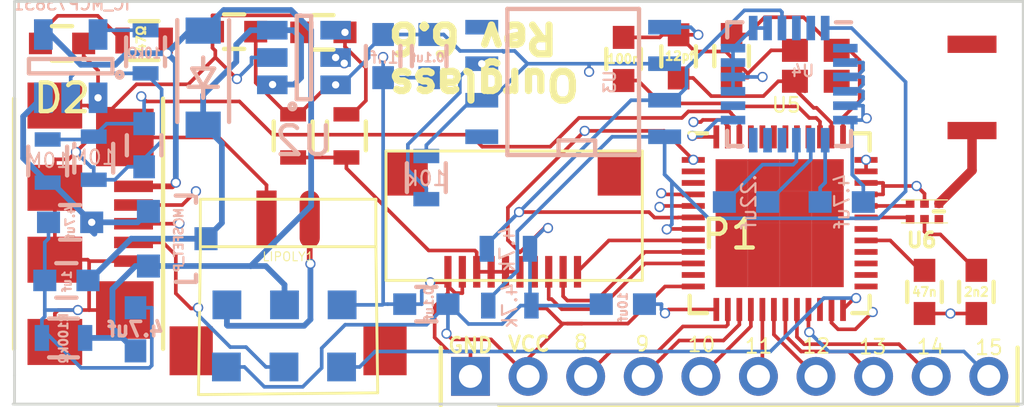
<source format=kicad_pcb>
(kicad_pcb (version 20171130) (host pcbnew "(5.1.12)-1")

  (general
    (thickness 1.6)
    (drawings 9)
    (tracks 632)
    (zones 0)
    (modules 43)
    (nets 42)
  )

  (page A4)
  (layers
    (0 F.Cu signal)
    (1 In1.Cu signal)
    (2 In2.Cu signal)
    (31 B.Cu signal)
    (32 B.Adhes user hide)
    (33 F.Adhes user hide)
    (34 B.Paste user hide)
    (35 F.Paste user hide)
    (36 B.SilkS user hide)
    (37 F.SilkS user hide)
    (38 B.Mask user)
    (39 F.Mask user)
    (40 Dwgs.User user)
    (41 Cmts.User user)
    (42 Eco1.User user)
    (43 Eco2.User user)
    (44 Edge.Cuts user)
    (45 Margin user)
    (46 B.CrtYd user)
    (47 F.CrtYd user)
    (48 B.Fab user)
    (49 F.Fab user)
  )

  (setup
    (last_trace_width 0.127)
    (trace_clearance 0.127)
    (zone_clearance 0.127)
    (zone_45_only yes)
    (trace_min 0.127)
    (via_size 0.355)
    (via_drill 0.254)
    (via_min_size 0.355)
    (via_min_drill 0.254)
    (uvia_size 0.3)
    (uvia_drill 0.1)
    (uvias_allowed no)
    (uvia_min_size 0.2)
    (uvia_min_drill 0.1)
    (edge_width 0.1)
    (segment_width 0.2)
    (pcb_text_width 0.3)
    (pcb_text_size 0.3 0.3)
    (mod_edge_width 0.15)
    (mod_text_size 0.4 0.4)
    (mod_text_width 0.075)
    (pad_size 1.5 2)
    (pad_drill 0)
    (pad_to_mask_clearance 0)
    (aux_axis_origin 0 0)
    (visible_elements 7FFFFFFF)
    (pcbplotparams
      (layerselection 0x010ff_80000007)
      (usegerberextensions true)
      (usegerberattributes true)
      (usegerberadvancedattributes true)
      (creategerberjobfile true)
      (excludeedgelayer true)
      (linewidth 0.100000)
      (plotframeref false)
      (viasonmask false)
      (mode 1)
      (useauxorigin false)
      (hpglpennumber 1)
      (hpglpenspeed 20)
      (hpglpendiameter 15.000000)
      (psnegative false)
      (psa4output false)
      (plotreference true)
      (plotvalue true)
      (plotinvisibletext false)
      (padsonsilk false)
      (subtractmaskfromsilk true)
      (outputformat 1)
      (mirror false)
      (drillshape 0)
      (scaleselection 1)
      (outputdirectory "../../gerbers-jan-9-2017/"))
  )

  (net 0 "")
  (net 1 GND)
  (net 2 "Net-(C5-Pad1)")
  (net 3 "Net-(C5-Pad2)")
  (net 4 "Net-(C6-Pad1)")
  (net 5 "Net-(D2-Pad2)")
  (net 6 "Net-(D2-Pad1)")
  (net 7 "Net-(R2-Pad1)")
  (net 8 "Net-(ANT1-Pad1)")
  (net 9 /TX)
  (net 10 /RX)
  (net 11 /Reset)
  (net 12 /EXTVCC)
  (net 13 /Regulator_In)
  (net 14 /VBAT)
  (net 15 /ClockINT)
  (net 16 /Accel_INT)
  (net 17 /XC2)
  (net 18 "Net-(C4-Pad1)")
  (net 19 /VCC)
  (net 20 "Net-(C9-Pad1)")
  (net 21 /XC1)
  (net 22 /BatterySense)
  (net 23 /Display_MOSI)
  (net 24 /Display_SCK)
  (net 25 /Display_SS)
  (net 26 /EX15)
  (net 27 /EX14)
  (net 28 /EX13)
  (net 29 /EX12)
  (net 30 /EX11)
  (net 31 /EX10)
  (net 32 /EX9)
  (net 33 /EX8)
  (net 34 /SCL)
  (net 35 /SDA)
  (net 36 /Bal1)
  (net 37 /Bal2)
  (net 38 "Net-(C11-Pad1)")
  (net 39 /SWDCLK)
  (net 40 /5v_VCC)
  (net 41 "Net-(J1-Pad5)")

  (net_class Default "This is the default net class."
    (clearance 0.127)
    (trace_width 0.127)
    (via_dia 0.355)
    (via_drill 0.254)
    (uvia_dia 0.3)
    (uvia_drill 0.1)
    (add_net /5v_VCC)
    (add_net /Accel_INT)
    (add_net /Bal1)
    (add_net /Bal2)
    (add_net /BatterySense)
    (add_net /ClockINT)
    (add_net /Display_MOSI)
    (add_net /Display_SCK)
    (add_net /Display_SS)
    (add_net /EX10)
    (add_net /EX11)
    (add_net /EX12)
    (add_net /EX13)
    (add_net /EX14)
    (add_net /EX15)
    (add_net /EX8)
    (add_net /EX9)
    (add_net /RX)
    (add_net /Reset)
    (add_net /SCL)
    (add_net /SDA)
    (add_net /SWDCLK)
    (add_net /TX)
    (add_net /VCC)
    (add_net /XC1)
    (add_net /XC2)
    (add_net GND)
    (add_net "Net-(C11-Pad1)")
    (add_net "Net-(C4-Pad1)")
    (add_net "Net-(C5-Pad1)")
    (add_net "Net-(C5-Pad2)")
    (add_net "Net-(C6-Pad1)")
    (add_net "Net-(C9-Pad1)")
    (add_net "Net-(D2-Pad1)")
    (add_net "Net-(D2-Pad2)")
    (add_net "Net-(J1-Pad5)")
    (add_net "Net-(R2-Pad1)")
  )

  (net_class 50ohm ""
    (clearance 0.127)
    (trace_width 0.33)
    (via_dia 0.355)
    (via_drill 0.254)
    (uvia_dia 0.3)
    (uvia_drill 0.1)
    (add_net "Net-(ANT1-Pad1)")
  )

  (net_class power ""
    (clearance 0.127)
    (trace_width 0.2)
    (via_dia 0.355)
    (via_drill 0.254)
    (uvia_dia 0.3)
    (uvia_drill 0.1)
    (add_net /EXTVCC)
    (add_net /Regulator_In)
    (add_net /VBAT)
  )

  (module Capacitors_SMD:C_0603 (layer B.Cu) (tedit 58071761) (tstamp 55AF1AFC)
    (at 135.175 94.025)
    (descr "Capacitor SMD 0603, reflow soldering, AVX (see smccp.pdf)")
    (tags "capacitor 0603")
    (path /5470F946)
    (attr smd)
    (fp_text reference C7 (at 6.26 -6.51) (layer B.SilkS) hide
      (effects (font (size 1 1) (thickness 0.15)) (justify mirror))
    )
    (fp_text value 10uf (at 0 0.1 90) (layer B.SilkS)
      (effects (font (size 0.3 0.3) (thickness 0.075)) (justify mirror))
    )
    (fp_line (start 1.45 0.75) (end 1.45 -0.75) (layer B.CrtYd) (width 0.05))
    (fp_line (start -1.45 0.75) (end -1.45 -0.75) (layer B.CrtYd) (width 0.05))
    (fp_line (start -1.45 -0.75) (end 1.45 -0.75) (layer B.CrtYd) (width 0.05))
    (fp_line (start -1.45 0.75) (end 1.45 0.75) (layer B.CrtYd) (width 0.05))
    (pad 1 smd rect (at -0.75 0) (size 0.8 0.75) (layers B.Cu B.Paste B.Mask)
      (net 19 /VCC))
    (pad 2 smd rect (at 0.75 0) (size 0.8 0.75) (layers B.Cu B.Paste B.Mask)
      (net 1 GND))
    (model Capacitors_SMD.3dshapes/C_0603.wrl
      (at (xyz 0 0 0))
      (scale (xyz 1 1 1))
      (rotate (xyz 0 0 0))
    )
  )

  (module watch-v4:omron_XF2M-1015-1A-2 (layer F.Cu) (tedit 57020490) (tstamp 55B03783)
    (at 131.35 91.9 180)
    (path /54711876)
    (fp_text reference J1 (at 0 3.5 180) (layer F.SilkS) hide
      (effects (font (size 1 1) (thickness 0.15)))
    )
    (fp_text value CONN_10 (at 0 -3.5 180) (layer F.Fab) hide
      (effects (font (size 1 1) (thickness 0.15)))
    )
    (fp_line (start -4.5 3.2) (end -4.5 -1.3) (layer F.SilkS) (width 0.1))
    (fp_line (start 4.4 3.2) (end -4.5 3.2) (layer F.SilkS) (width 0.1))
    (fp_line (start 4.4 -1.3) (end 4.4 3.2) (layer F.SilkS) (width 0.1))
    (fp_line (start -4.5 -1.3) (end 4.4 -1.3) (layer F.SilkS) (width 0.1))
    (pad "" smd rect (at -3.7 2.4 180) (size 1.5 1.5) (layers F.Cu F.Paste F.Mask))
    (pad 2 smd rect (at -1.75 -1 180) (size 0.25 1.1) (layers F.Cu F.Paste F.Mask)
      (net 23 /Display_MOSI))
    (pad 3 smd rect (at -1.25 -1 180) (size 0.25 1.1) (layers F.Cu F.Paste F.Mask)
      (net 24 /Display_SCK))
    (pad 4 smd rect (at -0.75 -1 180) (size 0.25 1.1) (layers F.Cu F.Paste F.Mask))
    (pad 5 smd rect (at -0.25 -1 180) (size 0.25 1.1) (layers F.Cu F.Paste F.Mask)
      (net 41 "Net-(J1-Pad5)"))
    (pad 6 smd rect (at 0.25 -1 180) (size 0.25 1.1) (layers F.Cu F.Paste F.Mask)
      (net 41 "Net-(J1-Pad5)"))
    (pad 7 smd rect (at 0.75 -1 180) (size 0.25 1.1) (layers F.Cu F.Paste F.Mask)
      (net 41 "Net-(J1-Pad5)"))
    (pad 8 smd rect (at 1.25 -1 180) (size 0.25 1.1) (layers F.Cu F.Paste F.Mask)
      (net 41 "Net-(J1-Pad5)"))
    (pad 9 smd rect (at 1.75 -1 180) (size 0.25 1.1) (layers F.Cu F.Paste F.Mask)
      (net 1 GND))
    (pad 10 smd rect (at 2.25 -1 180) (size 0.25 1.1) (layers F.Cu F.Paste F.Mask)
      (net 1 GND))
    (pad 1 smd rect (at -2.25 -1 180) (size 0.25 1.1) (layers F.Cu F.Paste F.Mask)
      (net 25 /Display_SS))
    (pad "" smd rect (at 3.7 2.4 180) (size 1.5 1.5) (layers F.Cu F.Paste F.Mask))
  )

  (module Housings_DFN_QFN:UQFN-48-1EP_6x6mm_Pitch0.4mm (layer F.Cu) (tedit 5885A293) (tstamp 55472629)
    (at 140.62 91.21)
    (descr "48-Lead Plastic Ultra Thin Quad Flat, No Lead Package (MV) - 6x6x0.5 mm Body [UQFN]; (see Microchip Packaging Specification 00000049BS.pdf)")
    (tags "QFN 0.4")
    (path /5500094D)
    (attr smd)
    (fp_text reference U5 (at 0.23 -4.11) (layer F.SilkS)
      (effects (font (size 0.51 0.5) (thickness 0.075)))
    )
    (fp_text value NRF51822 (at -22.195 -8.91) (layer F.Fab) hide
      (effects (font (size 1 1) (thickness 0.15)))
    )
    (fp_line (start 3.125 -3.125) (end 2.525 -3.125) (layer F.SilkS) (width 0.15))
    (fp_line (start 3.125 3.125) (end 2.525 3.125) (layer F.SilkS) (width 0.15))
    (fp_line (start -3.125 3.125) (end -2.525 3.125) (layer F.SilkS) (width 0.15))
    (fp_line (start -3.125 -3.125) (end -2.525 -3.125) (layer F.SilkS) (width 0.15))
    (fp_line (start 3.125 3.125) (end 3.125 2.525) (layer F.SilkS) (width 0.15))
    (fp_line (start -3.125 3.125) (end -3.125 2.525) (layer F.SilkS) (width 0.15))
    (fp_line (start 3.125 -3.125) (end 3.125 -2.525) (layer F.SilkS) (width 0.15))
    (fp_line (start -3.65 3.65) (end 3.65 3.65) (layer F.CrtYd) (width 0.05))
    (fp_line (start -3.65 -3.65) (end 3.65 -3.65) (layer F.CrtYd) (width 0.05))
    (fp_line (start 3.65 -3.65) (end 3.65 3.65) (layer F.CrtYd) (width 0.05))
    (fp_line (start -3.65 -3.65) (end -3.65 3.65) (layer F.CrtYd) (width 0.05))
    (pad 1 smd rect (at -3 -2.2) (size 0.8 0.2) (layers F.Cu F.Paste F.Mask)
      (net 19 /VCC))
    (pad 2 smd rect (at -3 -1.8) (size 0.8 0.2) (layers F.Cu F.Paste F.Mask))
    (pad 3 smd rect (at -3 -1.4) (size 0.8 0.2) (layers F.Cu F.Paste F.Mask))
    (pad 4 smd rect (at -3 -1) (size 0.8 0.2) (layers F.Cu F.Paste F.Mask)
      (net 9 /TX))
    (pad 5 smd rect (at -3 -0.6) (size 0.8 0.2) (layers F.Cu F.Paste F.Mask)
      (net 10 /RX))
    (pad 6 smd rect (at -3 -0.2) (size 0.8 0.2) (layers F.Cu F.Paste F.Mask)
      (net 34 /SCL))
    (pad 7 smd rect (at -3 0.2) (size 0.8 0.2) (layers F.Cu F.Paste F.Mask)
      (net 35 /SDA))
    (pad 8 smd rect (at -3 0.6) (size 0.8 0.2) (layers F.Cu F.Paste F.Mask)
      (net 25 /Display_SS))
    (pad 9 smd rect (at -3 1) (size 0.8 0.2) (layers F.Cu F.Paste F.Mask)
      (net 23 /Display_MOSI))
    (pad 10 smd rect (at -3 1.4) (size 0.8 0.2) (layers F.Cu F.Paste F.Mask)
      (net 24 /Display_SCK))
    (pad 11 smd rect (at -3 1.8) (size 0.8 0.2) (layers F.Cu F.Paste F.Mask))
    (pad 12 smd rect (at -3 2.2) (size 0.8 0.2) (layers F.Cu F.Paste F.Mask)
      (net 19 /VCC))
    (pad 13 smd rect (at -2.2 3 90) (size 0.8 0.2) (layers F.Cu F.Paste F.Mask)
      (net 1 GND))
    (pad 14 smd rect (at -1.8 3 90) (size 0.8 0.2) (layers F.Cu F.Paste F.Mask)
      (net 33 /EX8))
    (pad 15 smd rect (at -1.4 3 90) (size 0.8 0.2) (layers F.Cu F.Paste F.Mask)
      (net 32 /EX9))
    (pad 16 smd rect (at -1 3 90) (size 0.8 0.2) (layers F.Cu F.Paste F.Mask)
      (net 31 /EX10))
    (pad 17 smd rect (at -0.6 3 90) (size 0.8 0.2) (layers F.Cu F.Paste F.Mask)
      (net 30 /EX11))
    (pad 18 smd rect (at -0.2 3 90) (size 0.8 0.2) (layers F.Cu F.Paste F.Mask)
      (net 29 /EX12))
    (pad 19 smd rect (at 0.2 3 90) (size 0.8 0.2) (layers F.Cu F.Paste F.Mask)
      (net 28 /EX13))
    (pad 20 smd rect (at 0.6 3 90) (size 0.8 0.2) (layers F.Cu F.Paste F.Mask)
      (net 27 /EX14))
    (pad 21 smd rect (at 1 3 90) (size 0.8 0.2) (layers F.Cu F.Paste F.Mask)
      (net 26 /EX15))
    (pad 22 smd rect (at 1.4 3 90) (size 0.8 0.2) (layers F.Cu F.Paste F.Mask))
    (pad 23 smd rect (at 1.8 3 90) (size 0.8 0.2) (layers F.Cu F.Paste F.Mask)
      (net 11 /Reset))
    (pad 24 smd rect (at 2.2 3 90) (size 0.8 0.2) (layers F.Cu F.Paste F.Mask)
      (net 39 /SWDCLK))
    (pad 25 smd rect (at 3 2.2) (size 0.8 0.2) (layers F.Cu F.Paste F.Mask))
    (pad 26 smd rect (at 3 1.8) (size 0.8 0.2) (layers F.Cu F.Paste F.Mask))
    (pad 27 smd rect (at 3 1.4) (size 0.8 0.2) (layers F.Cu F.Paste F.Mask))
    (pad 28 smd rect (at 3 1) (size 0.8 0.2) (layers F.Cu F.Paste F.Mask))
    (pad 29 smd rect (at 3 0.6) (size 0.8 0.2) (layers F.Cu F.Paste F.Mask)
      (net 20 "Net-(C9-Pad1)"))
    (pad 30 smd rect (at 3 0.2) (size 0.8 0.2) (layers F.Cu F.Paste F.Mask))
    (pad 31 smd rect (at 3 -0.2) (size 0.8 0.2) (layers F.Cu F.Paste F.Mask)
      (net 36 /Bal1))
    (pad 32 smd rect (at 3 -0.6) (size 0.8 0.2) (layers F.Cu F.Paste F.Mask)
      (net 37 /Bal2))
    (pad 33 smd rect (at 3 -1) (size 0.8 0.2) (layers F.Cu F.Paste F.Mask)
      (net 1 GND) (solder_paste_margin_ratio -0.2))
    (pad 34 smd rect (at 3 -1.4) (size 0.8 0.2) (layers F.Cu F.Paste F.Mask)
      (net 1 GND))
    (pad 35 smd rect (at 3 -1.8) (size 0.8 0.2) (layers F.Cu F.Paste F.Mask)
      (net 19 /VCC))
    (pad 36 smd rect (at 3 -2.2) (size 0.8 0.2) (layers F.Cu F.Paste F.Mask)
      (net 19 /VCC))
    (pad 37 smd rect (at 2.2 -3 90) (size 0.8 0.2) (layers F.Cu F.Paste F.Mask)
      (net 17 /XC2))
    (pad 38 smd rect (at 1.8 -3 90) (size 0.8 0.2) (layers F.Cu F.Paste F.Mask)
      (net 21 /XC1))
    (pad 39 smd rect (at 1.4 -3 90) (size 0.8 0.2) (layers F.Cu F.Paste F.Mask)
      (net 18 "Net-(C4-Pad1)"))
    (pad 40 smd rect (at 1 -3 90) (size 0.8 0.2) (layers F.Cu F.Paste F.Mask))
    (pad 41 smd rect (at 0.6 -3 90) (size 0.8 0.2) (layers F.Cu F.Paste F.Mask))
    (pad 42 smd rect (at 0.2 -3 90) (size 0.8 0.2) (layers F.Cu F.Paste F.Mask))
    (pad 43 smd rect (at -0.2 -3 90) (size 0.8 0.2) (layers F.Cu F.Paste F.Mask))
    (pad 44 smd rect (at -0.6 -3 90) (size 0.8 0.2) (layers F.Cu F.Paste F.Mask))
    (pad 45 smd rect (at -1 -3 90) (size 0.8 0.2) (layers F.Cu F.Paste F.Mask))
    (pad 46 smd rect (at -1.4 -3 90) (size 0.8 0.2) (layers F.Cu F.Paste F.Mask)
      (net 22 /BatterySense))
    (pad 47 smd rect (at -1.8 -3 90) (size 0.8 0.2) (layers F.Cu F.Paste F.Mask)
      (net 15 /ClockINT))
    (pad 48 smd rect (at -2.2 -3 90) (size 0.8 0.2) (layers F.Cu F.Paste F.Mask)
      (net 16 /Accel_INT))
    (pad 49 smd rect (at 1.66875 1.66875) (size 1.1125 1.1125) (layers F.Cu F.Paste F.Mask)
      (solder_paste_margin_ratio -0.2))
    (pad 49 smd rect (at 1.66875 0.55625) (size 1.1125 1.1125) (layers F.Cu F.Paste F.Mask)
      (solder_paste_margin_ratio -0.2))
    (pad 49 smd rect (at 1.66875 -0.55625) (size 1.1125 1.1125) (layers F.Cu F.Paste F.Mask)
      (solder_paste_margin_ratio -0.2))
    (pad 49 smd rect (at 1.66875 -1.66875) (size 1.1125 1.1125) (layers F.Cu F.Paste F.Mask)
      (solder_paste_margin_ratio -0.2))
    (pad 49 smd rect (at 0.55625 1.66875) (size 1.1125 1.1125) (layers F.Cu F.Paste F.Mask)
      (solder_paste_margin_ratio -0.2))
    (pad 49 smd rect (at 0.55625 0.55625) (size 1.1125 1.1125) (layers F.Cu F.Paste F.Mask)
      (solder_paste_margin_ratio -0.2))
    (pad 49 smd rect (at 0.55625 -0.55625) (size 1.1125 1.1125) (layers F.Cu F.Paste F.Mask)
      (solder_paste_margin_ratio -0.2))
    (pad 49 smd rect (at 0.55625 -1.66875) (size 1.1125 1.1125) (layers F.Cu F.Paste F.Mask)
      (solder_paste_margin_ratio -0.2))
    (pad 49 smd rect (at -0.55625 1.66875) (size 1.1125 1.1125) (layers F.Cu F.Paste F.Mask)
      (solder_paste_margin_ratio -0.2))
    (pad 49 smd rect (at -0.55625 0.55625) (size 1.1125 1.1125) (layers F.Cu F.Paste F.Mask)
      (solder_paste_margin_ratio -0.2))
    (pad 49 smd rect (at -0.55625 -0.55625) (size 1.1125 1.1125) (layers F.Cu F.Paste F.Mask)
      (solder_paste_margin_ratio -0.2))
    (pad 49 smd rect (at -0.55625 -1.66875) (size 1.1125 1.1125) (layers F.Cu F.Paste F.Mask)
      (solder_paste_margin_ratio -0.2))
    (pad 49 smd rect (at -1.66875 1.66875) (size 1.1125 1.1125) (layers F.Cu F.Paste F.Mask)
      (solder_paste_margin_ratio -0.2))
    (pad 49 smd rect (at -1.66875 0.55625) (size 1.1125 1.1125) (layers F.Cu F.Paste F.Mask)
      (solder_paste_margin_ratio -0.2))
    (pad 49 smd rect (at -1.66875 -0.55625) (size 1.1125 1.1125) (layers F.Cu F.Paste F.Mask)
      (solder_paste_margin_ratio -0.2))
    (pad 49 smd rect (at -1.66875 -1.66875) (size 1.1125 1.1125) (layers F.Cu F.Paste F.Mask)
      (solder_paste_margin_ratio -0.2))
    (model Housings_DFN_QFN.3dshapes/UQFN-48-1EP_6x6mm_Pitch0.4mm.wrl
      (at (xyz 0 0 0))
      (scale (xyz 1 1 1))
      (rotate (xyz 0 0 0))
    )
  )

  (module Capacitors_SMD:C_0603 (layer B.Cu) (tedit 570D63DF) (tstamp 55B03346)
    (at 118.25 94.9 90)
    (descr "Capacitor SMD 0603, reflow soldering, AVX (see smccp.pdf)")
    (tags "capacitor 0603")
    (path /55AF0795)
    (attr smd)
    (fp_text reference C2 (at 0 1.9 90) (layer B.SilkS) hide
      (effects (font (size 1 1) (thickness 0.15)) (justify mirror))
    )
    (fp_text value 4.7uf (at 0 0) (layer B.SilkS)
      (effects (font (size 0.5 0.5) (thickness 0.125)) (justify mirror))
    )
    (fp_line (start 1.45 0.75) (end 1.45 -0.75) (layer B.CrtYd) (width 0.05))
    (fp_line (start -1.45 0.75) (end -1.45 -0.75) (layer B.CrtYd) (width 0.05))
    (fp_line (start -1.45 -0.75) (end 1.45 -0.75) (layer B.CrtYd) (width 0.05))
    (fp_line (start -1.45 0.75) (end 1.45 0.75) (layer B.CrtYd) (width 0.05))
    (pad 1 smd rect (at -0.75 0 90) (size 0.8 0.75) (layers B.Cu B.Paste B.Mask)
      (net 12 /EXTVCC))
    (pad 2 smd rect (at 0.75 0 90) (size 0.8 0.75) (layers B.Cu B.Paste B.Mask)
      (net 1 GND))
    (model Capacitors_SMD.3dshapes/C_0603.wrl
      (at (xyz 0 0 0))
      (scale (xyz 1 1 1))
      (rotate (xyz 0 0 0))
    )
  )

  (module Resistors_SMD:R_0603 (layer B.Cu) (tedit 5885A29B) (tstamp 55AF1B5F)
    (at 131.2 92.1)
    (descr "Resistor SMD 0603, reflow soldering, Vishay (see dcrcw.pdf)")
    (tags "resistor 0603")
    (path /546F5EEA)
    (attr smd)
    (fp_text reference R5 (at -12.5 -10.5) (layer B.SilkS) hide
      (effects (font (size 1 1) (thickness 0.15)) (justify mirror))
    )
    (fp_text value 4.7k (at -0.04 0.01 270) (layer B.SilkS)
      (effects (font (size 0.5 0.5) (thickness 0.075)) (justify mirror))
    )
    (fp_line (start 1.3 0.8) (end 1.3 -0.8) (layer B.CrtYd) (width 0.05))
    (fp_line (start -1.3 0.8) (end -1.3 -0.8) (layer B.CrtYd) (width 0.05))
    (fp_line (start -1.3 -0.8) (end 1.3 -0.8) (layer B.CrtYd) (width 0.05))
    (fp_line (start -1.3 0.8) (end 1.3 0.8) (layer B.CrtYd) (width 0.05))
    (pad 1 smd rect (at -0.75 0) (size 0.5 0.9) (layers B.Cu B.Paste B.Mask)
      (net 34 /SCL))
    (pad 2 smd rect (at 0.75 0) (size 0.5 0.9) (layers B.Cu B.Paste B.Mask)
      (net 19 /VCC))
    (model Resistors_SMD.3dshapes/R_0603.wrl
      (at (xyz 0 0 0))
      (scale (xyz 1 1 1))
      (rotate (xyz 0 0 0))
    )
  )

  (module Resistors_SMD:R_0603 (layer B.Cu) (tedit 5885A2AA) (tstamp 55AF1B6A)
    (at 131.25 94.075)
    (descr "Resistor SMD 0603, reflow soldering, Vishay (see dcrcw.pdf)")
    (tags "resistor 0603")
    (path /546F5F08)
    (attr smd)
    (fp_text reference R6 (at -3.275 -12.125) (layer B.SilkS) hide
      (effects (font (size 0.4 0.4) (thickness 0.075)) (justify mirror))
    )
    (fp_text value 4.7k (at 0 0 270) (layer B.SilkS)
      (effects (font (size 0.5 0.5) (thickness 0.075)) (justify mirror))
    )
    (fp_line (start 1.3 0.8) (end 1.3 -0.8) (layer B.CrtYd) (width 0.05))
    (fp_line (start -1.3 0.8) (end -1.3 -0.8) (layer B.CrtYd) (width 0.05))
    (fp_line (start -1.3 -0.8) (end 1.3 -0.8) (layer B.CrtYd) (width 0.05))
    (fp_line (start -1.3 0.8) (end 1.3 0.8) (layer B.CrtYd) (width 0.05))
    (pad 1 smd rect (at -0.75 0) (size 0.5 0.9) (layers B.Cu B.Paste B.Mask)
      (net 35 /SDA))
    (pad 2 smd rect (at 0.75 0) (size 0.5 0.9) (layers B.Cu B.Paste B.Mask)
      (net 19 /VCC))
    (model Resistors_SMD.3dshapes/R_0603.wrl
      (at (xyz 0 0 0))
      (scale (xyz 1 1 1))
      (rotate (xyz 0 0 0))
    )
  )

  (module Capacitors_SMD:C_0603 (layer B.Cu) (tedit 58071731) (tstamp 55AF1AE6)
    (at 139.45 90.475)
    (descr "Capacitor SMD 0603, reflow soldering, AVX (see smccp.pdf)")
    (tags "capacitor 0603")
    (path /5470F658)
    (attr smd)
    (fp_text reference C5 (at 0 1.9) (layer B.SilkS) hide
      (effects (font (size 1 1) (thickness 0.15)) (justify mirror))
    )
    (fp_text value .22uf (at 0.1 0 90) (layer B.SilkS)
      (effects (font (size 0.5 0.5) (thickness 0.075)) (justify mirror))
    )
    (fp_line (start 1.45 0.75) (end 1.45 -0.75) (layer B.CrtYd) (width 0.05))
    (fp_line (start -1.45 0.75) (end -1.45 -0.75) (layer B.CrtYd) (width 0.05))
    (fp_line (start -1.45 -0.75) (end 1.45 -0.75) (layer B.CrtYd) (width 0.05))
    (fp_line (start -1.45 0.75) (end 1.45 0.75) (layer B.CrtYd) (width 0.05))
    (pad 1 smd rect (at -0.75 0) (size 0.8 0.75) (layers B.Cu B.Paste B.Mask)
      (net 2 "Net-(C5-Pad1)"))
    (pad 2 smd rect (at 0.75 0) (size 0.8 0.75) (layers B.Cu B.Paste B.Mask)
      (net 3 "Net-(C5-Pad2)"))
    (model Capacitors_SMD.3dshapes/C_0603.wrl
      (at (xyz 0 0 0))
      (scale (xyz 1 1 1))
      (rotate (xyz 0 0 0))
    )
  )

  (module Capacitors_SMD:C_0603 (layer B.Cu) (tedit 5809A7FA) (tstamp 55AF1AF1)
    (at 142.775 90.475)
    (descr "Capacitor SMD 0603, reflow soldering, AVX (see smccp.pdf)")
    (tags "capacitor 0603")
    (path /5470F78B)
    (attr smd)
    (fp_text reference C6 (at 0 1.9) (layer B.SilkS) hide
      (effects (font (size 1 1) (thickness 0.15)) (justify mirror))
    )
    (fp_text value 4.7uf (at 0.01 -0.03 90) (layer B.SilkS)
      (effects (font (size 0.5 0.5) (thickness 0.075)) (justify mirror))
    )
    (fp_line (start 1.45 0.75) (end 1.45 -0.75) (layer B.CrtYd) (width 0.05))
    (fp_line (start -1.45 0.75) (end -1.45 -0.75) (layer B.CrtYd) (width 0.05))
    (fp_line (start -1.45 -0.75) (end 1.45 -0.75) (layer B.CrtYd) (width 0.05))
    (fp_line (start -1.45 0.75) (end 1.45 0.75) (layer B.CrtYd) (width 0.05))
    (pad 1 smd rect (at -0.75 0) (size 0.8 0.75) (layers B.Cu B.Paste B.Mask)
      (net 4 "Net-(C6-Pad1)"))
    (pad 2 smd rect (at 0.75 0) (size 0.8 0.75) (layers B.Cu B.Paste B.Mask)
      (net 1 GND))
    (model Capacitors_SMD.3dshapes/C_0603.wrl
      (at (xyz 0 0 0))
      (scale (xyz 1 1 1))
      (rotate (xyz 0 0 0))
    )
  )

  (module Diodes_SMD:SOD-123 (layer B.Cu) (tedit 55B03F31) (tstamp 55AF2EC7)
    (at 120.6 86.15 270)
    (descr SOD-123)
    (tags SOD-123)
    (path /546DA185)
    (attr smd)
    (fp_text reference D1 (at 0 2 270) (layer B.SilkS) hide
      (effects (font (size 1 1) (thickness 0.15)) (justify mirror))
    )
    (fp_text value DIODESCH (at 0 -2.1 270) (layer B.Fab) hide
      (effects (font (size 1 1) (thickness 0.15)) (justify mirror))
    )
    (fp_line (start -2 0.9) (end 1.54 0.9) (layer B.SilkS) (width 0.15))
    (fp_line (start -2 -0.9) (end 1.54 -0.9) (layer B.SilkS) (width 0.15))
    (fp_line (start -2.25 1.05) (end -2.25 -1.05) (layer B.CrtYd) (width 0.05))
    (fp_line (start 2.25 -1.05) (end -2.25 -1.05) (layer B.CrtYd) (width 0.05))
    (fp_line (start 2.25 1.05) (end 2.25 -1.05) (layer B.CrtYd) (width 0.05))
    (fp_line (start -2.25 1.05) (end 2.25 1.05) (layer B.CrtYd) (width 0.05))
    (fp_line (start 0.3175 -0.508) (end 0.3175 0.508) (layer B.SilkS) (width 0.15))
    (fp_line (start -0.3175 0.381) (end 0.3175 0) (layer B.SilkS) (width 0.15))
    (fp_line (start -0.3175 -0.381) (end -0.3175 0.381) (layer B.SilkS) (width 0.15))
    (fp_line (start 0.3175 0) (end -0.3175 -0.381) (layer B.SilkS) (width 0.15))
    (fp_line (start 0.6985 0) (end 0.3175 0) (layer B.SilkS) (width 0.15))
    (fp_line (start -0.3175 0) (end -0.6985 0) (layer B.SilkS) (width 0.15))
    (pad 1 smd rect (at -1.635 0 270) (size 0.91 1.22) (layers B.Cu B.Paste B.Mask)
      (net 12 /EXTVCC))
    (pad 2 smd rect (at 1.635 0 270) (size 0.91 1.22) (layers B.Cu B.Paste B.Mask)
      (net 13 /Regulator_In))
  )

  (module Housings_SOT-23_SOT-143_TSOT-6:SOT-23 (layer B.Cu) (tedit 5804639E) (tstamp 55458C5C)
    (at 119.7 91.75 90)
    (descr "SOT-23, Standard")
    (tags SOT-23)
    (path /546DA02D)
    (attr smd)
    (fp_text reference Q1 (at 0 2.25 90) (layer B.SilkS) hide
      (effects (font (size 1 1) (thickness 0.15)) (justify mirror))
    )
    (fp_text value MOSFET_P (at -0.05 0.05 90) (layer B.SilkS)
      (effects (font (size 0.3 0.3) (thickness 0.075)) (justify mirror))
    )
    (fp_line (start 1.49982 0.65024) (end 1.49982 -0.0508) (layer B.SilkS) (width 0.15))
    (fp_line (start 1.29916 0.65024) (end 1.49982 0.65024) (layer B.SilkS) (width 0.15))
    (fp_line (start -1.49982 0.65024) (end -1.2509 0.65024) (layer B.SilkS) (width 0.15))
    (fp_line (start -1.49982 -0.0508) (end -1.49982 0.65024) (layer B.SilkS) (width 0.15))
    (fp_line (start 1.29916 0.65024) (end 1.2509 0.65024) (layer B.SilkS) (width 0.15))
    (fp_line (start -1.65 -1.6) (end -1.65 1.6) (layer B.CrtYd) (width 0.05))
    (fp_line (start 1.65 -1.6) (end -1.65 -1.6) (layer B.CrtYd) (width 0.05))
    (fp_line (start 1.65 1.6) (end 1.65 -1.6) (layer B.CrtYd) (width 0.05))
    (fp_line (start -1.65 1.6) (end 1.65 1.6) (layer B.CrtYd) (width 0.05))
    (pad 1 smd rect (at -0.95 -1.00076 90) (size 0.8001 0.8001) (layers B.Cu B.Paste B.Mask)
      (net 12 /EXTVCC))
    (pad 2 smd rect (at 0.95 -1.00076 90) (size 0.8001 0.8001) (layers B.Cu B.Paste B.Mask)
      (net 14 /VBAT))
    (pad 3 smd rect (at 0 0.99822 90) (size 0.8001 0.8001) (layers B.Cu B.Paste B.Mask)
      (net 13 /Regulator_In))
    (model Housings_SOT-23_SOT-143_TSOT-6.3dshapes/SOT-23.wrl
      (at (xyz 0 0 0))
      (scale (xyz 1 1 1))
      (rotate (xyz 0 0 0))
    )
  )

  (module SMD_Packages:SOIC-8-N (layer B.Cu) (tedit 55B03DF2) (tstamp 55458CAB)
    (at 133.45 86.3 90)
    (descr "Module Narrow CMS SOJ 8 pins large")
    (tags "CMS SOJ")
    (path /546F5D09)
    (attr smd)
    (fp_text reference U3 (at 0 1.27 90) (layer B.SilkS)
      (effects (font (size 0.4 0.4) (thickness 0.075)) (justify mirror))
    )
    (fp_text value DS3231 (at 0 -1.27 90) (layer B.Fab) hide
      (effects (font (size 1 1) (thickness 0.15)) (justify mirror))
    )
    (fp_line (start -2.032 -0.508) (end -2.54 -0.508) (layer B.SilkS) (width 0.15))
    (fp_line (start -2.032 0.762) (end -2.032 -0.508) (layer B.SilkS) (width 0.15))
    (fp_line (start -2.54 0.762) (end -2.032 0.762) (layer B.SilkS) (width 0.15))
    (fp_line (start -2.54 -2.286) (end -2.54 2.286) (layer B.SilkS) (width 0.15))
    (fp_line (start 2.54 -2.286) (end -2.54 -2.286) (layer B.SilkS) (width 0.15))
    (fp_line (start 2.54 2.286) (end 2.54 -2.286) (layer B.SilkS) (width 0.15))
    (fp_line (start -2.54 2.286) (end 2.54 2.286) (layer B.SilkS) (width 0.15))
    (pad 8 smd rect (at -1.905 3.175 90) (size 0.508 1.143) (layers B.Cu B.Paste B.Mask)
      (net 35 /SDA))
    (pad 7 smd rect (at -0.635 3.175 90) (size 0.508 1.143) (layers B.Cu B.Paste B.Mask)
      (net 34 /SCL))
    (pad 6 smd rect (at 0.635 3.175 90) (size 0.508 1.143) (layers B.Cu B.Paste B.Mask)
      (net 19 /VCC))
    (pad 5 smd rect (at 1.905 3.175 90) (size 0.508 1.143) (layers B.Cu B.Paste B.Mask)
      (net 1 GND))
    (pad 4 smd rect (at 1.905 -3.175 90) (size 0.508 1.143) (layers B.Cu B.Paste B.Mask))
    (pad 3 smd rect (at 0.635 -3.175 90) (size 0.508 1.143) (layers B.Cu B.Paste B.Mask)
      (net 15 /ClockINT))
    (pad 2 smd rect (at -0.635 -3.175 90) (size 0.508 1.143) (layers B.Cu B.Paste B.Mask)
      (net 19 /VCC))
    (pad 1 smd rect (at -1.905 -3.175 90) (size 0.508 1.143) (layers B.Cu B.Paste B.Mask))
    (model SMD_Packages.3dshapes/SOIC-8-N.wrl
      (at (xyz 0 0 0))
      (scale (xyz 0.5 0.38 0.5))
      (rotate (xyz 0 0 0))
    )
  )

  (module Housings_SOT-23_SOT-143_TSOT-6:SOT-23-5 (layer B.Cu) (tedit 570D642C) (tstamp 55471B8D)
    (at 116 85.75 90)
    (descr "5-pin SOT23 package")
    (tags SOT-23-5)
    (path /546D99EE)
    (attr smd)
    (fp_text reference U1 (at -0.05 2.55) (layer B.SilkS) hide
      (effects (font (size 1 1) (thickness 0.15)) (justify mirror))
    )
    (fp_text value IC_MCP73831 (at 2.15 0.03) (layer B.SilkS)
      (effects (font (size 0.4 0.4) (thickness 0.075)) (justify mirror))
    )
    (fp_circle (center -0.3 1.7) (end -0.2 1.7) (layer B.SilkS) (width 0.15))
    (fp_line (start -0.25 1.45) (end -0.25 -1.45) (layer B.SilkS) (width 0.15))
    (fp_line (start -0.25 -1.45) (end 0.25 -1.45) (layer B.SilkS) (width 0.15))
    (fp_line (start 0.25 -1.45) (end 0.25 1.45) (layer B.SilkS) (width 0.15))
    (fp_line (start 0.25 1.45) (end -0.25 1.45) (layer B.SilkS) (width 0.15))
    (fp_line (start -1.8 -1.6) (end -1.8 1.6) (layer B.CrtYd) (width 0.05))
    (fp_line (start 1.8 -1.6) (end -1.8 -1.6) (layer B.CrtYd) (width 0.05))
    (fp_line (start 1.8 1.6) (end 1.8 -1.6) (layer B.CrtYd) (width 0.05))
    (fp_line (start -1.8 1.6) (end 1.8 1.6) (layer B.CrtYd) (width 0.05))
    (pad 1 smd rect (at -1.1 0.95 90) (size 1.06 0.65) (layers B.Cu B.Paste B.Mask)
      (net 6 "Net-(D2-Pad1)"))
    (pad 2 smd rect (at -1.1 0 90) (size 1.06 0.65) (layers B.Cu B.Paste B.Mask)
      (net 1 GND))
    (pad 3 smd rect (at -1.1 -0.95 90) (size 1.06 0.65) (layers B.Cu B.Paste B.Mask)
      (net 14 /VBAT))
    (pad 4 smd rect (at 1.1 -0.95 90) (size 1.06 0.65) (layers B.Cu B.Paste B.Mask)
      (net 12 /EXTVCC))
    (pad 5 smd rect (at 1.1 0.95 90) (size 1.06 0.65) (layers B.Cu B.Paste B.Mask)
      (net 7 "Net-(R2-Pad1)"))
    (model Housings_SOT-23_SOT-143_TSOT-6.3dshapes/SOT-23-5.wrl
      (at (xyz 0 0 0))
      (scale (xyz 0.11 0.11 0.11))
      (rotate (xyz 0 0 90))
    )
  )

  (module watch-v4:QFN-24-NO-CENTER4x4mm_Pitch0.5mm (layer B.Cu) (tedit 57020D1B) (tstamp 5547C1A3)
    (at 140.95 86.375 180)
    (descr "24-Lead Plastic Quad Flat, No Lead Package (MJ) - 4x4x0.9 mm Body [QFN]; (see Microchip Packaging Specification 00000049BS.pdf)")
    (tags "QFN 0.5")
    (path /5470F150)
    (attr smd)
    (fp_text reference U4 (at -0.47 0.46 180) (layer B.SilkS)
      (effects (font (size 0.4 0.4) (thickness 0.075)) (justify mirror))
    )
    (fp_text value LSM9DS0 (at 0 -3.375 180) (layer B.Fab) hide
      (effects (font (size 1 1) (thickness 0.15)) (justify mirror))
    )
    (fp_line (start 2.15 2.15) (end 1.625 2.15) (layer B.SilkS) (width 0.15))
    (fp_line (start 2.15 -2.15) (end 1.625 -2.15) (layer B.SilkS) (width 0.15))
    (fp_line (start -2.15 -2.15) (end -1.625 -2.15) (layer B.SilkS) (width 0.15))
    (fp_line (start -2.15 2.15) (end -1.625 2.15) (layer B.SilkS) (width 0.15))
    (fp_line (start 2.15 -2.15) (end 2.15 -1.625) (layer B.SilkS) (width 0.15))
    (fp_line (start -2.15 -2.15) (end -2.15 -1.625) (layer B.SilkS) (width 0.15))
    (fp_line (start 2.15 2.15) (end 2.15 1.625) (layer B.SilkS) (width 0.15))
    (fp_line (start -2.65 -2.65) (end 2.65 -2.65) (layer B.CrtYd) (width 0.05))
    (fp_line (start -2.65 2.65) (end 2.65 2.65) (layer B.CrtYd) (width 0.05))
    (fp_line (start 2.65 2.65) (end 2.65 -2.65) (layer B.CrtYd) (width 0.05))
    (fp_line (start -2.65 2.65) (end -2.65 -2.65) (layer B.CrtYd) (width 0.05))
    (pad 1 smd rect (at -1.95 1.25 180) (size 0.85 0.3) (layers B.Cu B.Paste B.Mask))
    (pad 2 smd rect (at -1.95 0.75 180) (size 0.85 0.3) (layers B.Cu B.Paste B.Mask)
      (net 1 GND))
    (pad 3 smd rect (at -1.95 0.25 180) (size 0.85 0.3) (layers B.Cu B.Paste B.Mask)
      (net 1 GND))
    (pad 4 smd rect (at -1.95 -0.25 180) (size 0.85 0.3) (layers B.Cu B.Paste B.Mask)
      (net 1 GND))
    (pad 5 smd rect (at -1.95 -0.75 180) (size 0.85 0.3) (layers B.Cu B.Paste B.Mask)
      (net 1 GND))
    (pad 6 smd rect (at -1.95 -1.25 180) (size 0.85 0.3) (layers B.Cu B.Paste B.Mask)
      (net 1 GND))
    (pad 7 smd rect (at -1.25 -1.95 90) (size 0.85 0.3) (layers B.Cu B.Paste B.Mask)
      (net 4 "Net-(C6-Pad1)"))
    (pad 8 smd rect (at -0.75 -1.95 90) (size 0.85 0.3) (layers B.Cu B.Paste B.Mask)
      (net 3 "Net-(C5-Pad2)"))
    (pad 9 smd rect (at -0.25 -1.95 90) (size 0.85 0.3) (layers B.Cu B.Paste B.Mask)
      (net 2 "Net-(C5-Pad1)"))
    (pad 10 smd rect (at 0.25 -1.95 90) (size 0.85 0.3) (layers B.Cu B.Paste B.Mask))
    (pad 11 smd rect (at 0.75 -1.95 90) (size 0.85 0.3) (layers B.Cu B.Paste B.Mask))
    (pad 12 smd rect (at 1.25 -1.95 90) (size 0.85 0.3) (layers B.Cu B.Paste B.Mask))
    (pad 13 smd rect (at 1.95 -1.25 180) (size 0.85 0.3) (layers B.Cu B.Paste B.Mask)
      (net 16 /Accel_INT))
    (pad 14 smd rect (at 1.95 -0.75 180) (size 0.85 0.3) (layers B.Cu B.Paste B.Mask))
    (pad 15 smd rect (at 1.95 -0.25 180) (size 0.85 0.3) (layers B.Cu B.Paste B.Mask)
      (net 19 /VCC))
    (pad 16 smd rect (at 1.95 0.25 180) (size 0.85 0.3) (layers B.Cu B.Paste B.Mask)
      (net 19 /VCC))
    (pad 17 smd rect (at 1.95 0.75 180) (size 0.85 0.3) (layers B.Cu B.Paste B.Mask)
      (net 19 /VCC))
    (pad 18 smd rect (at 1.95 1.25 180) (size 0.85 0.3) (layers B.Cu B.Paste B.Mask)
      (net 19 /VCC))
    (pad 19 smd rect (at 1.25 1.95 90) (size 0.85 0.3) (layers B.Cu B.Paste B.Mask)
      (net 19 /VCC))
    (pad 20 smd rect (at 0.75 1.95 90) (size 0.85 0.3) (layers B.Cu B.Paste B.Mask)
      (net 19 /VCC))
    (pad 21 smd rect (at 0.25 1.95 90) (size 0.85 0.3) (layers B.Cu B.Paste B.Mask)
      (net 34 /SCL) (solder_paste_margin_ratio -0.2))
    (pad 22 smd rect (at -0.25 1.95 90) (size 0.85 0.3) (layers B.Cu B.Paste B.Mask))
    (pad 23 smd rect (at -0.75 1.95 90) (size 0.85 0.3) (layers B.Cu B.Paste B.Mask))
    (pad 24 smd rect (at -1.25 1.95 90) (size 0.85 0.3) (layers B.Cu B.Paste B.Mask)
      (net 35 /SDA))
    (model Housings_DFN_QFN.3dshapes/QFN-24-1EP_4x4mm_Pitch0.5mm.wrl
      (at (xyz 0 0 0))
      (scale (xyz 1 1 1))
      (rotate (xyz 0 0 0))
    )
  )

  (module watch-v4:USB_Micro-B (layer F.Cu) (tedit 5885A298) (tstamp 55490813)
    (at 116.62 91.23 270)
    (descr "Micro USB Type B Receptacle")
    (tags "USB USB_B USB_micro USB_OTG")
    (path /550BB9F9)
    (attr smd)
    (fp_text reference XL1 (at 0 -3.75 270) (layer F.SilkS) hide
      (effects (font (size 0.5 0.5) (thickness 0.1)))
    )
    (fp_text value USB_MICRO_B (at -10.005 -2.48) (layer F.Fab) hide
      (effects (font (size 0.5 0.5) (thickness 0.1)))
    )
    (fp_line (start 4.3491 2.58746) (end -4.3509 2.58746) (layer F.SilkS) (width 0.15))
    (fp_line (start -4.3509 -2.58754) (end 4.3491 -2.58754) (layer F.SilkS) (width 0.15))
    (fp_line (start 4.6 3.05) (end -4.6 3.05) (layer F.CrtYd) (width 0.05))
    (fp_line (start -4.6 -2.8) (end 4.6 -2.8) (layer F.CrtYd) (width 0.05))
    (pad 5 smd rect (at 1.25 1.17 270) (size 1.6 1.9) (layers F.Cu F.Paste F.Mask)
      (net 1 GND))
    (pad 5 smd rect (at -1.25 1.17 270) (size 1.6 1.9) (layers F.Cu F.Paste F.Mask)
      (net 1 GND))
    (pad 5 smd rect (at 4.11 1.17 270) (size 1.6 1.9) (layers F.Cu F.Paste F.Mask)
      (net 1 GND))
    (pad 5 smd rect (at 3 -1.26 270) (size 2 2) (layers F.Cu F.Paste F.Mask)
      (net 1 GND))
    (pad 1 smd rect (at -1.3009 -1.56254) (size 1.35 0.4) (layers F.Cu F.Paste F.Mask)
      (net 12 /EXTVCC))
    (pad 2 smd rect (at -0.6509 -1.56254) (size 1.35 0.4) (layers F.Cu F.Paste F.Mask)
      (net 9 /TX))
    (pad 3 smd rect (at -0.0009 -1.56254) (size 1.35 0.4) (layers F.Cu F.Paste F.Mask)
      (net 10 /RX))
    (pad 4 smd rect (at 0.6491 -1.56254) (size 1.35 0.4) (layers F.Cu F.Paste F.Mask)
      (net 11 /Reset))
    (pad 5 smd rect (at 1.2991 -1.56254) (size 1.35 0.4) (layers F.Cu F.Paste F.Mask)
      (net 1 GND))
    (pad 5 smd rect (at -3 -1.26 270) (size 2 2) (layers F.Cu F.Paste F.Mask)
      (net 1 GND))
    (pad 5 smd rect (at -4.11 1.17 270) (size 1.6 1.9) (layers F.Cu F.Paste F.Mask)
      (net 1 GND))
  )

  (module watch-v4:SMD-Crystal (layer F.Cu) (tedit 5885A2A6) (tstamp 557DFD4B)
    (at 142.75 85.1 180)
    (path /5501416D)
    (fp_text reference X1 (at 0.25 2.35 180) (layer F.SilkS) hide
      (effects (font (size 0.5 0.5) (thickness 0.125)))
    )
    (fp_text value 16mhz (at 2.3 2.275) (layer F.Fab) hide
      (effects (font (size 0.5 0.5) (thickness 0.125)))
    )
    (pad 2 smd rect (at 1.6 -0.1 180) (size 0.9 0.8) (layers F.Cu F.Paste F.Mask)
      (net 1 GND))
    (pad 1 smd rect (at 0.15 -0.1 180) (size 0.9 0.8) (layers F.Cu F.Paste F.Mask)
      (net 17 /XC2))
    (pad 3 smd rect (at 1.6 -1.175 180) (size 0.9 0.8) (layers F.Cu F.Paste F.Mask)
      (net 21 /XC1))
    (pad 4 smd rect (at 0.15 -1.175 180) (size 0.9 0.8) (layers F.Cu F.Paste F.Mask))
  )

  (module Capacitors_SMD:C_0603 (layer B.Cu) (tedit 58071756) (tstamp 55AF1B07)
    (at 128.35 94.025 180)
    (descr "Capacitor SMD 0603, reflow soldering, AVX (see smccp.pdf)")
    (tags "capacitor 0603")
    (path /5470F955)
    (attr smd)
    (fp_text reference C8 (at -5.03316 3.8947 180) (layer B.SilkS) hide
      (effects (font (size 1 1) (thickness 0.15)) (justify mirror))
    )
    (fp_text value 0.1uf (at -0.09 0.03 270) (layer B.SilkS)
      (effects (font (size 0.3 0.3) (thickness 0.075)) (justify mirror))
    )
    (fp_line (start 0.35 -0.6) (end -0.35 -0.6) (layer B.SilkS) (width 0.15))
    (fp_line (start -0.35 0.6) (end 0.35 0.6) (layer B.SilkS) (width 0.15))
    (fp_line (start 1.45 0.75) (end 1.45 -0.75) (layer B.CrtYd) (width 0.05))
    (fp_line (start -1.45 0.75) (end -1.45 -0.75) (layer B.CrtYd) (width 0.05))
    (fp_line (start -1.45 -0.75) (end 1.45 -0.75) (layer B.CrtYd) (width 0.05))
    (fp_line (start -1.45 0.75) (end 1.45 0.75) (layer B.CrtYd) (width 0.05))
    (pad 1 smd rect (at -0.75 0 180) (size 0.8 0.75) (layers B.Cu B.Paste B.Mask)
      (net 19 /VCC))
    (pad 2 smd rect (at 0.75 0 180) (size 0.8 0.75) (layers B.Cu B.Paste B.Mask)
      (net 1 GND))
    (model Capacitors_SMD.3dshapes/C_0603.wrl
      (at (xyz 0 0 0))
      (scale (xyz 1 1 1))
      (rotate (xyz 0 0 0))
    )
  )

  (module Capacitors_SMD:C_0603 (layer F.Cu) (tedit 5885A2A2) (tstamp 55AF1B12)
    (at 137.11 85.41 90)
    (descr "Capacitor SMD 0603, reflow soldering, AVX (see smccp.pdf)")
    (tags "capacitor 0603")
    (path /5500DAAA)
    (attr smd)
    (fp_text reference C10 (at 3.785 -19.16 90) (layer F.SilkS) hide
      (effects (font (size 1 1) (thickness 0.15)))
    )
    (fp_text value 12pf (at 0.01 0.04 180) (layer F.SilkS)
      (effects (font (size 0.3 0.3) (thickness 0.075)))
    )
    (fp_line (start 0.35 0.6) (end -0.35 0.6) (layer F.SilkS) (width 0.15))
    (fp_line (start -0.35 -0.6) (end 0.35 -0.6) (layer F.SilkS) (width 0.15))
    (fp_line (start 1.45 -0.75) (end 1.45 0.75) (layer F.CrtYd) (width 0.05))
    (fp_line (start -1.45 -0.75) (end -1.45 0.75) (layer F.CrtYd) (width 0.05))
    (fp_line (start -1.45 0.75) (end 1.45 0.75) (layer F.CrtYd) (width 0.05))
    (fp_line (start -1.45 -0.75) (end 1.45 -0.75) (layer F.CrtYd) (width 0.05))
    (pad 1 smd rect (at -0.75 0 90) (size 0.8 0.75) (layers F.Cu F.Paste F.Mask)
      (net 21 /XC1))
    (pad 2 smd rect (at 0.75 0 90) (size 0.8 0.75) (layers F.Cu F.Paste F.Mask)
      (net 1 GND))
    (model Capacitors_SMD.3dshapes/C_0603.wrl
      (at (xyz 0 0 0))
      (scale (xyz 1 1 1))
      (rotate (xyz 0 0 0))
    )
  )

  (module Capacitors_SMD:C_0603 (layer B.Cu) (tedit 5885A29F) (tstamp 55AF1B28)
    (at 128.45 85.4 90)
    (descr "Capacitor SMD 0603, reflow soldering, AVX (see smccp.pdf)")
    (tags "capacitor 0603")
    (path /550BC16E)
    (attr smd)
    (fp_text reference C13 (at 3.65 -8.975 90) (layer B.SilkS) hide
      (effects (font (size 1 1) (thickness 0.15)) (justify mirror))
    )
    (fp_text value 0.1uf (at -0.05 -0.05 180) (layer B.SilkS)
      (effects (font (size 0.3 0.3) (thickness 0.075)) (justify mirror))
    )
    (fp_line (start 0.35 -0.6) (end -0.35 -0.6) (layer B.SilkS) (width 0.15))
    (fp_line (start -0.35 0.6) (end 0.35 0.6) (layer B.SilkS) (width 0.15))
    (fp_line (start 1.45 0.75) (end 1.45 -0.75) (layer B.CrtYd) (width 0.05))
    (fp_line (start -1.45 0.75) (end -1.45 -0.75) (layer B.CrtYd) (width 0.05))
    (fp_line (start -1.45 -0.75) (end 1.45 -0.75) (layer B.CrtYd) (width 0.05))
    (fp_line (start -1.45 0.75) (end 1.45 0.75) (layer B.CrtYd) (width 0.05))
    (pad 1 smd rect (at -0.75 0 90) (size 0.8 0.75) (layers B.Cu B.Paste B.Mask)
      (net 1 GND))
    (pad 2 smd rect (at 0.75 0 90) (size 0.8 0.75) (layers B.Cu B.Paste B.Mask)
      (net 19 /VCC))
    (model Capacitors_SMD.3dshapes/C_0603.wrl
      (at (xyz 0 0 0))
      (scale (xyz 1 1 1))
      (rotate (xyz 0 0 0))
    )
  )

  (module Capacitors_SMD:C_0603 (layer B.Cu) (tedit 5885A248) (tstamp 55AF1B33)
    (at 126.85 85.4 90)
    (descr "Capacitor SMD 0603, reflow soldering, AVX (see smccp.pdf)")
    (tags "capacitor 0603")
    (path /550BC889)
    (attr smd)
    (fp_text reference C14 (at 3 5.575) (layer B.SilkS) hide
      (effects (font (size 1 1) (thickness 0.15)) (justify mirror))
    )
    (fp_text value 1nf (at -0.05 0.05) (layer B.SilkS)
      (effects (font (size 0.4 0.4) (thickness 0.075)) (justify mirror))
    )
    (fp_line (start 0.35 -0.6) (end -0.35 -0.6) (layer B.SilkS) (width 0.15))
    (fp_line (start -0.35 0.6) (end 0.35 0.6) (layer B.SilkS) (width 0.15))
    (fp_line (start 1.45 0.75) (end 1.45 -0.75) (layer B.CrtYd) (width 0.05))
    (fp_line (start -1.45 0.75) (end -1.45 -0.75) (layer B.CrtYd) (width 0.05))
    (fp_line (start -1.45 -0.75) (end 1.45 -0.75) (layer B.CrtYd) (width 0.05))
    (fp_line (start -1.45 0.75) (end 1.45 0.75) (layer B.CrtYd) (width 0.05))
    (pad 1 smd rect (at -0.75 0 90) (size 0.8 0.75) (layers B.Cu B.Paste B.Mask)
      (net 1 GND))
    (pad 2 smd rect (at 0.75 0 90) (size 0.8 0.75) (layers B.Cu B.Paste B.Mask)
      (net 19 /VCC))
    (model Capacitors_SMD.3dshapes/C_0603.wrl
      (at (xyz 0 0 0))
      (scale (xyz 1 1 1))
      (rotate (xyz 0 0 0))
    )
  )

  (module Resistors_SMD:R_0603 (layer F.Cu) (tedit 5804634E) (tstamp 55AF1B3E)
    (at 118.55 84.86)
    (descr "Resistor SMD 0603, reflow soldering, Vishay (see dcrcw.pdf)")
    (tags "resistor 0603")
    (path /546D9A64)
    (attr smd)
    (fp_text reference R1 (at 0 -1.9) (layer F.SilkS) hide
      (effects (font (size 1 1) (thickness 0.15)))
    )
    (fp_text value 47Ω (at -0.1 -0.06 90) (layer F.SilkS)
      (effects (font (size 0.3 0.3) (thickness 0.075)))
    )
    (fp_line (start -0.5 -0.675) (end 0.5 -0.675) (layer F.SilkS) (width 0.15))
    (fp_line (start 0.5 0.675) (end -0.5 0.675) (layer F.SilkS) (width 0.15))
    (fp_line (start 1.3 -0.8) (end 1.3 0.8) (layer F.CrtYd) (width 0.05))
    (fp_line (start -1.3 -0.8) (end -1.3 0.8) (layer F.CrtYd) (width 0.05))
    (fp_line (start -1.3 0.8) (end 1.3 0.8) (layer F.CrtYd) (width 0.05))
    (fp_line (start -1.3 -0.8) (end 1.3 -0.8) (layer F.CrtYd) (width 0.05))
    (pad 1 smd rect (at -0.75 0) (size 0.5 0.9) (layers F.Cu F.Paste F.Mask)
      (net 5 "Net-(D2-Pad2)"))
    (pad 2 smd rect (at 0.75 0) (size 0.5 0.9) (layers F.Cu F.Paste F.Mask)
      (net 12 /EXTVCC))
    (model Resistors_SMD.3dshapes/R_0603.wrl
      (at (xyz 0 0 0))
      (scale (xyz 1 1 1))
      (rotate (xyz 0 0 0))
    )
  )

  (module Resistors_SMD:R_0603 (layer B.Cu) (tedit 58046363) (tstamp 55AF1B49)
    (at 118.6 85.25 270)
    (descr "Resistor SMD 0603, reflow soldering, Vishay (see dcrcw.pdf)")
    (tags "resistor 0603")
    (path /546D9C21)
    (attr smd)
    (fp_text reference R2 (at 4.34 2.07 270) (layer B.SilkS) hide
      (effects (font (size 1 1) (thickness 0.15)) (justify mirror))
    )
    (fp_text value 10kΩ (at 0.05 0.05) (layer B.SilkS)
      (effects (font (size 0.35 0.3) (thickness 0.07)) (justify mirror))
    )
    (fp_line (start -0.5 0.675) (end 0.5 0.675) (layer B.SilkS) (width 0.15))
    (fp_line (start 0.5 -0.675) (end -0.5 -0.675) (layer B.SilkS) (width 0.15))
    (fp_line (start 1.3 0.8) (end 1.3 -0.8) (layer B.CrtYd) (width 0.05))
    (fp_line (start -1.3 0.8) (end -1.3 -0.8) (layer B.CrtYd) (width 0.05))
    (fp_line (start -1.3 -0.8) (end 1.3 -0.8) (layer B.CrtYd) (width 0.05))
    (fp_line (start -1.3 0.8) (end 1.3 0.8) (layer B.CrtYd) (width 0.05))
    (pad 1 smd rect (at -0.75 0 270) (size 0.5 0.9) (layers B.Cu B.Paste B.Mask)
      (net 7 "Net-(R2-Pad1)"))
    (pad 2 smd rect (at 0.75 0 270) (size 0.5 0.9) (layers B.Cu B.Paste B.Mask)
      (net 1 GND))
    (model Resistors_SMD.3dshapes/R_0603.wrl
      (at (xyz 0 0 0))
      (scale (xyz 1 1 1))
      (rotate (xyz 0 0 0))
    )
  )

  (module Resistors_SMD:R_0603 (layer B.Cu) (tedit 5885A290) (tstamp 55AF1B54)
    (at 115.75 95.2 180)
    (descr "Resistor SMD 0603, reflow soldering, Vishay (see dcrcw.pdf)")
    (tags "resistor 0603")
    (path /546DA3EF)
    (attr smd)
    (fp_text reference R3 (at -0.825 12.55 180) (layer B.SilkS) hide
      (effects (font (size 1 1) (thickness 0.15)) (justify mirror))
    )
    (fp_text value R100kΩ (at 0 -0.01 270) (layer B.SilkS)
      (effects (font (size 0.3 0.3) (thickness 0.075)) (justify mirror))
    )
    (fp_line (start -0.5 0.675) (end 0.5 0.675) (layer B.SilkS) (width 0.15))
    (fp_line (start 0.5 -0.675) (end -0.5 -0.675) (layer B.SilkS) (width 0.15))
    (fp_line (start 1.3 0.8) (end 1.3 -0.8) (layer B.CrtYd) (width 0.05))
    (fp_line (start -1.3 0.8) (end -1.3 -0.8) (layer B.CrtYd) (width 0.05))
    (fp_line (start -1.3 -0.8) (end 1.3 -0.8) (layer B.CrtYd) (width 0.05))
    (fp_line (start -1.3 0.8) (end 1.3 0.8) (layer B.CrtYd) (width 0.05))
    (pad 1 smd rect (at -0.75 0 180) (size 0.5 0.9) (layers B.Cu B.Paste B.Mask)
      (net 12 /EXTVCC))
    (pad 2 smd rect (at 0.75 0 180) (size 0.5 0.9) (layers B.Cu B.Paste B.Mask)
      (net 1 GND))
    (model Resistors_SMD.3dshapes/R_0603.wrl
      (at (xyz 0 0 0))
      (scale (xyz 1 1 1))
      (rotate (xyz 0 0 0))
    )
  )

  (module Capacitors_SMD:C_0603 (layer B.Cu) (tedit 580461A6) (tstamp 55B0333A)
    (at 115.85 93.2 180)
    (descr "Capacitor SMD 0603, reflow soldering, AVX (see smccp.pdf)")
    (tags "capacitor 0603")
    (path /55AF389A)
    (attr smd)
    (fp_text reference C1 (at 0 1.9 180) (layer B.SilkS) hide
      (effects (font (size 1 1) (thickness 0.15)) (justify mirror))
    )
    (fp_text value 1uf (at -0.02 -0.03 270) (layer B.SilkS)
      (effects (font (size 0.3 0.3) (thickness 0.075)) (justify mirror))
    )
    (fp_line (start 0.35 -0.6) (end -0.35 -0.6) (layer B.SilkS) (width 0.15))
    (fp_line (start -0.35 0.6) (end 0.35 0.6) (layer B.SilkS) (width 0.15))
    (fp_line (start 1.45 0.75) (end 1.45 -0.75) (layer B.CrtYd) (width 0.05))
    (fp_line (start -1.45 0.75) (end -1.45 -0.75) (layer B.CrtYd) (width 0.05))
    (fp_line (start -1.45 -0.75) (end 1.45 -0.75) (layer B.CrtYd) (width 0.05))
    (fp_line (start -1.45 0.75) (end 1.45 0.75) (layer B.CrtYd) (width 0.05))
    (pad 1 smd rect (at -0.75 0 180) (size 0.8 0.75) (layers B.Cu B.Paste B.Mask)
      (net 13 /Regulator_In))
    (pad 2 smd rect (at 0.75 0 180) (size 0.8 0.75) (layers B.Cu B.Paste B.Mask)
      (net 1 GND))
    (model Capacitors_SMD.3dshapes/C_0603.wrl
      (at (xyz 0 0 0))
      (scale (xyz 1 1 1))
      (rotate (xyz 0 0 0))
    )
  )

  (module Capacitors_SMD:C_0603 (layer B.Cu) (tedit 58071521) (tstamp 55B03352)
    (at 115.98 91.18 180)
    (descr "Capacitor SMD 0603, reflow soldering, AVX (see smccp.pdf)")
    (tags "capacitor 0603")
    (path /55AF6475)
    (attr smd)
    (fp_text reference C3 (at -2.07 -6.52 180) (layer B.SilkS) hide
      (effects (font (size 1 1) (thickness 0.15)) (justify mirror))
    )
    (fp_text value 4.7uf (at 0 0 270) (layer B.SilkS)
      (effects (font (size 0.3 0.3) (thickness 0.075)) (justify mirror))
    )
    (fp_line (start 0.35 -0.6) (end -0.35 -0.6) (layer B.SilkS) (width 0.15))
    (fp_line (start -0.35 0.6) (end 0.35 0.6) (layer B.SilkS) (width 0.15))
    (fp_line (start 1.45 0.75) (end 1.45 -0.75) (layer B.CrtYd) (width 0.05))
    (fp_line (start -1.45 0.75) (end -1.45 -0.75) (layer B.CrtYd) (width 0.05))
    (fp_line (start -1.45 -0.75) (end 1.45 -0.75) (layer B.CrtYd) (width 0.05))
    (fp_line (start -1.45 0.75) (end 1.45 0.75) (layer B.CrtYd) (width 0.05))
    (pad 1 smd rect (at -0.75 0 180) (size 0.8 0.75) (layers B.Cu B.Paste B.Mask)
      (net 14 /VBAT))
    (pad 2 smd rect (at 0.75 0 180) (size 0.8 0.75) (layers B.Cu B.Paste B.Mask)
      (net 1 GND))
    (model Capacitors_SMD.3dshapes/C_0603.wrl
      (at (xyz 0 0 0))
      (scale (xyz 1 1 1))
      (rotate (xyz 0 0 0))
    )
  )

  (module watch-v4:BALUN-6 (layer F.Cu) (tedit 580717D3) (tstamp 56272588)
    (at 145.55 90.8)
    (path /550A5E51)
    (fp_text reference U6 (at 0 1) (layer F.SilkS)
      (effects (font (size 0.5 0.5) (thickness 0.125)))
    )
    (fp_text value BALUN (at -0.025 -1.075) (layer F.Fab) hide
      (effects (font (size 0.5 0.5) (thickness 0.125)))
    )
    (fp_line (start -0.7 0.4) (end 0.9 0.4) (layer F.SilkS) (width 0.04))
    (fp_line (start -0.7 -0.4) (end 0.9 -0.4) (layer F.SilkS) (width 0.04))
    (fp_line (start 0.425 0) (end 0.775 0) (layer F.SilkS) (width 0.15))
    (pad 6 smd rect (at 0.6 0.275) (size 0.3 0.3) (layers F.Cu F.Paste F.Mask))
    (pad 2 smd rect (at 0.1 -0.275) (size 0.3 0.3) (layers F.Cu F.Paste F.Mask)
      (net 1 GND))
    (pad 5 smd rect (at 0.1 0.275) (size 0.3 0.3) (layers F.Cu F.Paste F.Mask)
      (net 38 "Net-(C11-Pad1)"))
    (pad 1 smd rect (at 0.6 -0.275) (size 0.3 0.3) (layers F.Cu F.Paste F.Mask)
      (net 8 "Net-(ANT1-Pad1)"))
    (pad 3 smd rect (at -0.4 -0.275) (size 0.3 0.3) (layers F.Cu F.Paste F.Mask)
      (net 37 /Bal2))
    (pad 4 smd rect (at -0.4 0.275) (size 0.3 0.3) (layers F.Cu F.Paste F.Mask)
      (net 36 /Bal1))
  )

  (module Resistors_SMD:R_0603 (layer B.Cu) (tedit 570D629C) (tstamp 57020BAC)
    (at 128.35 89.625 270)
    (descr "Resistor SMD 0603, reflow soldering, Vishay (see dcrcw.pdf)")
    (tags "resistor 0603")
    (path /5800EDAF)
    (attr smd)
    (fp_text reference R4 (at 0 1.9 270) (layer B.SilkS) hide
      (effects (font (size 1 1) (thickness 0.15)) (justify mirror))
    )
    (fp_text value 10k (at 0.03 -0.01 180) (layer B.SilkS)
      (effects (font (size 0.5 0.5) (thickness 0.08)) (justify mirror))
    )
    (fp_line (start -0.5 0.675) (end 0.5 0.675) (layer B.SilkS) (width 0.15))
    (fp_line (start 0.5 -0.675) (end -0.5 -0.675) (layer B.SilkS) (width 0.15))
    (fp_line (start 1.3 0.8) (end 1.3 -0.8) (layer B.CrtYd) (width 0.05))
    (fp_line (start -1.3 0.8) (end -1.3 -0.8) (layer B.CrtYd) (width 0.05))
    (fp_line (start -1.3 -0.8) (end 1.3 -0.8) (layer B.CrtYd) (width 0.05))
    (fp_line (start -1.3 0.8) (end 1.3 0.8) (layer B.CrtYd) (width 0.05))
    (pad 1 smd rect (at -0.75 0 270) (size 0.5 0.9) (layers B.Cu B.Paste B.Mask)
      (net 19 /VCC))
    (pad 2 smd rect (at 0.75 0 270) (size 0.5 0.9) (layers B.Cu B.Paste B.Mask)
      (net 15 /ClockINT))
    (model Resistors_SMD.3dshapes/R_0603.wrl
      (at (xyz 0 0 0))
      (scale (xyz 1 1 1))
      (rotate (xyz 0 0 0))
    )
  )

  (module Resistors_SMD:R_0603 (layer B.Cu) (tedit 570D635E) (tstamp 57020BB8)
    (at 115.2 89.05 90)
    (descr "Resistor SMD 0603, reflow soldering, Vishay (see dcrcw.pdf)")
    (tags "resistor 0603")
    (path /5800C753)
    (attr smd)
    (fp_text reference R7 (at 0 1.9 90) (layer B.SilkS) hide
      (effects (font (size 1 1) (thickness 0.15)) (justify mirror))
    )
    (fp_text value 10M (at 0.02 0.01) (layer B.SilkS)
      (effects (font (size 0.5 0.5) (thickness 0.07)) (justify mirror))
    )
    (fp_line (start -0.5 0.675) (end 0.5 0.675) (layer B.SilkS) (width 0.15))
    (fp_line (start 0.5 -0.675) (end -0.5 -0.675) (layer B.SilkS) (width 0.15))
    (fp_line (start 1.3 0.8) (end 1.3 -0.8) (layer B.CrtYd) (width 0.05))
    (fp_line (start -1.3 0.8) (end -1.3 -0.8) (layer B.CrtYd) (width 0.05))
    (fp_line (start -1.3 -0.8) (end 1.3 -0.8) (layer B.CrtYd) (width 0.05))
    (fp_line (start -1.3 0.8) (end 1.3 0.8) (layer B.CrtYd) (width 0.05))
    (pad 1 smd rect (at -0.75 0 90) (size 0.5 0.9) (layers B.Cu B.Paste B.Mask)
      (net 14 /VBAT))
    (pad 2 smd rect (at 0.75 0 90) (size 0.5 0.9) (layers B.Cu B.Paste B.Mask)
      (net 22 /BatterySense))
    (model Resistors_SMD.3dshapes/R_0603.wrl
      (at (xyz 0 0 0))
      (scale (xyz 1 1 1))
      (rotate (xyz 0 0 0))
    )
  )

  (module Resistors_SMD:R_0603 (layer B.Cu) (tedit 570D6374) (tstamp 57020BC4)
    (at 116.8 88.95 270)
    (descr "Resistor SMD 0603, reflow soldering, Vishay (see dcrcw.pdf)")
    (tags "resistor 0603")
    (path /5800C841)
    (attr smd)
    (fp_text reference R8 (at 0 1.9 270) (layer B.SilkS) hide
      (effects (font (size 1 1) (thickness 0.15)) (justify mirror))
    )
    (fp_text value 10M (at -0.03 0.01 180) (layer B.SilkS)
      (effects (font (size 0.5 0.5) (thickness 0.07)) (justify mirror))
    )
    (fp_line (start -0.5 0.675) (end 0.5 0.675) (layer B.SilkS) (width 0.15))
    (fp_line (start 0.5 -0.675) (end -0.5 -0.675) (layer B.SilkS) (width 0.15))
    (fp_line (start 1.3 0.8) (end 1.3 -0.8) (layer B.CrtYd) (width 0.05))
    (fp_line (start -1.3 0.8) (end -1.3 -0.8) (layer B.CrtYd) (width 0.05))
    (fp_line (start -1.3 -0.8) (end 1.3 -0.8) (layer B.CrtYd) (width 0.05))
    (fp_line (start -1.3 0.8) (end 1.3 0.8) (layer B.CrtYd) (width 0.05))
    (pad 1 smd rect (at -0.75 0 270) (size 0.5 0.9) (layers B.Cu B.Paste B.Mask)
      (net 22 /BatterySense))
    (pad 2 smd rect (at 0.75 0 270) (size 0.5 0.9) (layers B.Cu B.Paste B.Mask)
      (net 1 GND))
    (model Resistors_SMD.3dshapes/R_0603.wrl
      (at (xyz 0 0 0))
      (scale (xyz 1 1 1))
      (rotate (xyz 0 0 0))
    )
  )

  (module Capacitors_SMD:C_0603 (layer F.Cu) (tedit 58071695) (tstamp 5805DA90)
    (at 135.2 85.5 90)
    (descr "Capacitor SMD 0603, reflow soldering, AVX (see smccp.pdf)")
    (tags "capacitor 0603")
    (path /5800C195)
    (attr smd)
    (fp_text reference C4 (at 0 -1.9 90) (layer F.SilkS) hide
      (effects (font (size 1 1) (thickness 0.15)))
    )
    (fp_text value 100n (at 0 0 180) (layer F.SilkS)
      (effects (font (size 0.31 0.3) (thickness 0.075)))
    )
    (fp_line (start 0.35 0.6) (end -0.35 0.6) (layer F.SilkS) (width 0.15))
    (fp_line (start -0.35 -0.6) (end 0.35 -0.6) (layer F.SilkS) (width 0.15))
    (fp_line (start 1.45 -0.75) (end 1.45 0.75) (layer F.CrtYd) (width 0.05))
    (fp_line (start -1.45 -0.75) (end -1.45 0.75) (layer F.CrtYd) (width 0.05))
    (fp_line (start -1.45 0.75) (end 1.45 0.75) (layer F.CrtYd) (width 0.05))
    (fp_line (start -1.45 -0.75) (end 1.45 -0.75) (layer F.CrtYd) (width 0.05))
    (pad 1 smd rect (at -0.75 0 90) (size 0.8 0.75) (layers F.Cu F.Paste F.Mask)
      (net 18 "Net-(C4-Pad1)"))
    (pad 2 smd rect (at 0.75 0 90) (size 0.8 0.75) (layers F.Cu F.Paste F.Mask)
      (net 1 GND))
    (model Capacitors_SMD.3dshapes/C_0603.wrl
      (at (xyz 0 0 0))
      (scale (xyz 1 1 1))
      (rotate (xyz 0 0 0))
    )
  )

  (module Capacitors_SMD:C_0603 (layer F.Cu) (tedit 580866D8) (tstamp 5805DA9C)
    (at 145.65 93.6 270)
    (descr "Capacitor SMD 0603, reflow soldering, AVX (see smccp.pdf)")
    (tags "capacitor 0603")
    (path /5800BD00)
    (attr smd)
    (fp_text reference C9 (at 4 -1.9 270) (layer F.SilkS) hide
      (effects (font (size 1 1) (thickness 0.15)))
    )
    (fp_text value 47n (at 0 0) (layer F.SilkS)
      (effects (font (size 0.31 0.3) (thickness 0.0715)))
    )
    (fp_line (start 0.35 0.6) (end -0.35 0.6) (layer F.SilkS) (width 0.15))
    (fp_line (start -0.35 -0.6) (end 0.35 -0.6) (layer F.SilkS) (width 0.15))
    (fp_line (start 1.45 -0.75) (end 1.45 0.75) (layer F.CrtYd) (width 0.05))
    (fp_line (start -1.45 -0.75) (end -1.45 0.75) (layer F.CrtYd) (width 0.05))
    (fp_line (start -1.45 0.75) (end 1.45 0.75) (layer F.CrtYd) (width 0.05))
    (fp_line (start -1.45 -0.75) (end 1.45 -0.75) (layer F.CrtYd) (width 0.05))
    (pad 1 smd rect (at -0.75 0 270) (size 0.8 0.75) (layers F.Cu F.Paste F.Mask)
      (net 20 "Net-(C9-Pad1)"))
    (pad 2 smd rect (at 0.75 0 270) (size 0.8 0.75) (layers F.Cu F.Paste F.Mask)
      (net 1 GND))
    (model Capacitors_SMD.3dshapes/C_0603.wrl
      (at (xyz 0 0 0))
      (scale (xyz 1 1 1))
      (rotate (xyz 0 0 0))
    )
  )

  (module Capacitors_SMD:C_0603 (layer F.Cu) (tedit 5885A2AD) (tstamp 5805DAA8)
    (at 147.45 93.6 270)
    (descr "Capacitor SMD 0603, reflow soldering, AVX (see smccp.pdf)")
    (tags "capacitor 0603")
    (path /5800B9BC)
    (attr smd)
    (fp_text reference C11 (at -11.925 23.2) (layer F.SilkS) hide
      (effects (font (size 1 1) (thickness 0.15)))
    )
    (fp_text value 2n2 (at 0 0) (layer F.SilkS)
      (effects (font (size 0.31 0.3) (thickness 0.07)))
    )
    (fp_line (start 0.35 0.6) (end -0.35 0.6) (layer F.SilkS) (width 0.15))
    (fp_line (start -0.35 -0.6) (end 0.35 -0.6) (layer F.SilkS) (width 0.15))
    (fp_line (start 1.45 -0.75) (end 1.45 0.75) (layer F.CrtYd) (width 0.05))
    (fp_line (start -1.45 -0.75) (end -1.45 0.75) (layer F.CrtYd) (width 0.05))
    (fp_line (start -1.45 0.75) (end 1.45 0.75) (layer F.CrtYd) (width 0.05))
    (fp_line (start -1.45 -0.75) (end 1.45 -0.75) (layer F.CrtYd) (width 0.05))
    (pad 1 smd rect (at -0.75 0 270) (size 0.8 0.75) (layers F.Cu F.Paste F.Mask)
      (net 38 "Net-(C11-Pad1)"))
    (pad 2 smd rect (at 0.75 0 270) (size 0.8 0.75) (layers F.Cu F.Paste F.Mask)
      (net 1 GND))
    (model Capacitors_SMD.3dshapes/C_0603.wrl
      (at (xyz 0 0 0))
      (scale (xyz 1 1 1))
      (rotate (xyz 0 0 0))
    )
  )

  (module Capacitors_SMD:C_0603 (layer B.Cu) (tedit 5885A254) (tstamp 5805DAB4)
    (at 118.55 88.5 270)
    (descr "Capacitor SMD 0603, reflow soldering, AVX (see smccp.pdf)")
    (tags "capacitor 0603")
    (path /5800DD7F)
    (attr smd)
    (fp_text reference C12 (at -6.625 3.65 270) (layer B.SilkS) hide
      (effects (font (size 1 1) (thickness 0.15)) (justify mirror))
    )
    (fp_text value 1u (at 0.05 -0.05) (layer B.Fab)
      (effects (font (size 0.31 0.3) (thickness 0.075)) (justify mirror))
    )
    (fp_line (start 0.35 -0.6) (end -0.35 -0.6) (layer B.SilkS) (width 0.15))
    (fp_line (start -0.35 0.6) (end 0.35 0.6) (layer B.SilkS) (width 0.15))
    (fp_line (start 1.45 0.75) (end 1.45 -0.75) (layer B.CrtYd) (width 0.05))
    (fp_line (start -1.45 0.75) (end -1.45 -0.75) (layer B.CrtYd) (width 0.05))
    (fp_line (start -1.45 -0.75) (end 1.45 -0.75) (layer B.CrtYd) (width 0.05))
    (fp_line (start -1.45 0.75) (end 1.45 0.75) (layer B.CrtYd) (width 0.05))
    (pad 1 smd rect (at -0.75 0 270) (size 0.8 0.75) (layers B.Cu B.Paste B.Mask)
      (net 22 /BatterySense))
    (pad 2 smd rect (at 0.75 0 270) (size 0.8 0.75) (layers B.Cu B.Paste B.Mask)
      (net 1 GND))
    (model Capacitors_SMD.3dshapes/C_0603.wrl
      (at (xyz 0 0 0))
      (scale (xyz 1 1 1))
      (rotate (xyz 0 0 0))
    )
  )

  (module Capacitors_SMD:C_0603 (layer F.Cu) (tedit 5885A250) (tstamp 580BE394)
    (at 115.7 84.96 180)
    (descr "Capacitor SMD 0603, reflow soldering, AVX (see smccp.pdf)")
    (tags "capacitor 0603")
    (path /546D9A7B)
    (attr smd)
    (fp_text reference D2 (at 0 -1.9 180) (layer F.SilkS)
      (effects (font (size 1 1) (thickness 0.15)))
    )
    (fp_text value LED (at -11.075 3.235 270) (layer F.Fab) hide
      (effects (font (size 1 1) (thickness 0.15)))
    )
    (fp_line (start 0.35 0.6) (end -0.35 0.6) (layer F.SilkS) (width 0.15))
    (fp_line (start -0.35 -0.6) (end 0.35 -0.6) (layer F.SilkS) (width 0.15))
    (fp_line (start 1.45 -0.75) (end 1.45 0.75) (layer F.CrtYd) (width 0.05))
    (fp_line (start -1.45 -0.75) (end -1.45 0.75) (layer F.CrtYd) (width 0.05))
    (fp_line (start -1.45 0.75) (end 1.45 0.75) (layer F.CrtYd) (width 0.05))
    (fp_line (start -1.45 -0.75) (end 1.45 -0.75) (layer F.CrtYd) (width 0.05))
    (pad 1 smd rect (at -0.75 0 180) (size 0.8 0.75) (layers F.Cu F.Paste F.Mask)
      (net 6 "Net-(D2-Pad1)"))
    (pad 2 smd rect (at 0.75 0 180) (size 0.8 0.75) (layers F.Cu F.Paste F.Mask)
      (net 5 "Net-(D2-Pad2)"))
    (model Capacitors_SMD.3dshapes/C_0603.wrl
      (at (xyz 0 0 0))
      (scale (xyz 1 1 1))
      (rotate (xyz 0 0 0))
    )
  )

  (module watch-v4:antenna (layer F.Cu) (tedit 58425C7B) (tstamp 5885A70D)
    (at 147.3 86.45 90)
    (path /550158B4)
    (fp_text reference ANT1 (at 0.127 -1.8415 90) (layer F.SilkS) hide
      (effects (font (size 1 1) (thickness 0.15)))
    )
    (fp_text value - (at 0.0635 -1.016 90) (layer F.SilkS) hide
      (effects (font (size 1 1) (thickness 0.15)))
    )
    (pad 2 smd rect (at 1.4605 0 90) (size 0.6 1.7) (layers F.Cu F.Paste F.Mask))
    (pad 1 smd rect (at -1.5395 0 90) (size 0.6 1.7) (layers F.Cu F.Paste F.Mask)
      (net 8 "Net-(ANT1-Pad1)"))
  )

  (module Capacitors_SMD:C_0603 (layer F.Cu) (tedit 5885A595) (tstamp 5885A71D)
    (at 138.95 85.4 270)
    (descr "Capacitor SMD 0603, reflow soldering, AVX (see smccp.pdf)")
    (tags "capacitor 0603")
    (path /5885C64F)
    (attr smd)
    (fp_text reference C15 (at 0 -1.9 270) (layer F.SilkS) hide
      (effects (font (size 1 1) (thickness 0.15)))
    )
    (fp_text value 12pf (at 0 0.025) (layer F.Fab)
      (effects (font (size 0.31 0.3) (thickness 0.075)))
    )
    (fp_line (start 0.35 0.6) (end -0.35 0.6) (layer F.SilkS) (width 0.15))
    (fp_line (start -0.35 -0.6) (end 0.35 -0.6) (layer F.SilkS) (width 0.15))
    (fp_line (start 1.45 -0.75) (end 1.45 0.75) (layer F.CrtYd) (width 0.05))
    (fp_line (start -1.45 -0.75) (end -1.45 0.75) (layer F.CrtYd) (width 0.05))
    (fp_line (start -1.45 0.75) (end 1.45 0.75) (layer F.CrtYd) (width 0.05))
    (fp_line (start -1.45 -0.75) (end 1.45 -0.75) (layer F.CrtYd) (width 0.05))
    (pad 1 smd rect (at -0.75 0 270) (size 0.8 0.75) (layers F.Cu F.Paste F.Mask)
      (net 17 /XC2))
    (pad 2 smd rect (at 0.75 0 270) (size 0.8 0.75) (layers F.Cu F.Paste F.Mask)
      (net 1 GND))
    (model Capacitors_SMD.3dshapes/C_0603.wrl
      (at (xyz 0 0 0))
      (scale (xyz 1 1 1))
      (rotate (xyz 0 0 0))
    )
  )

  (module crennelated:JST_2_pos (layer F.Cu) (tedit 58859526) (tstamp 5885A71E)
    (at 123.55 91.075)
    (path /546D9BD4)
    (fp_text reference LIPOLY1 (at 0 1.3) (layer F.SilkS)
      (effects (font (size 0.31 0.3) (thickness 0.000001)))
    )
    (fp_text value BATTERY (at 0.0635 -2.2225) (layer F.Fab) hide
      (effects (font (size 1 1) (thickness 0.15)))
    )
    (fp_line (start -3.1115 6.096) (end -3.048 1.0795) (layer F.SilkS) (width 0.1))
    (fp_line (start 3.1115 6.0325) (end -3.1115 6.096) (layer F.SilkS) (width 0.1))
    (fp_line (start 3.048 0.9525) (end 3.1115 6.0325) (layer F.SilkS) (width 0.1))
    (fp_line (start -2.9845 0.9525) (end 3.048 0.9525) (layer F.SilkS) (width 0.1))
    (fp_line (start 3.048 -0.6985) (end 3.048 0.9525) (layer F.SilkS) (width 0.1))
    (fp_line (start -2.9845 -0.6985) (end 3.048 -0.6985) (layer F.SilkS) (width 0.1))
    (fp_line (start -3.048 1.0795) (end -3.048 -0.6985) (layer F.SilkS) (width 0.1))
    (pad "" smd rect (at 3.3655 4.572) (size 1.5 1.7) (layers F.Cu F.Paste F.Mask))
    (pad "" smd rect (at -3.3655 4.572) (size 1.5 1.7) (layers F.Cu F.Paste F.Mask))
    (pad 1 smd rect (at -0.75 0) (size 0.7 2) (layers F.Cu F.Paste F.Mask)
      (net 1 GND))
    (pad 2 smd oval (at 0.75 0) (size 0.7 2) (layers F.Cu F.Paste F.Mask)
      (net 14 /VBAT))
  )

  (module crennelated:test_points (layer B.Cu) (tedit 5885A9C6) (tstamp 5885A746)
    (at 123.422 95.1295)
    (path /5885CBE9)
    (fp_text reference P2 (at 3.683 2.6035) (layer B.SilkS) hide
      (effects (font (size 1.2 1.2) (thickness 0.15)) (justify mirror))
    )
    (fp_text value "Test Points" (at -3.937 2.6035) (layer B.Fab) hide
      (effects (font (size 1.2 1.2) (thickness 0.15)) (justify mirror))
    )
    (pad 1 smd rect (at -2.0155 1.0795) (size 1 1) (layers B.Cu B.Paste B.Mask)
      (net 19 /VCC))
    (pad 2 smd rect (at -0.0155 1.0795) (size 1 1) (layers B.Cu B.Paste B.Mask)
      (net 11 /Reset))
    (pad 3 smd rect (at 1.9845 1.0795) (size 1 1) (layers B.Cu B.Paste B.Mask)
      (net 39 /SWDCLK))
    (pad 4 smd rect (at -1.9972 -1.0795) (size 1 1) (layers B.Cu B.Paste B.Mask)
      (net 14 /VBAT))
    (pad 5 smd rect (at 0.0028 -1.0795) (size 1 1) (layers B.Cu B.Paste B.Mask)
      (net 12 /EXTVCC))
    (pad 6 smd rect (at 2.0028 -1.0795) (size 1 1) (layers B.Cu B.Paste B.Mask)
      (net 1 GND))
  )

  (module Capacitors_SMD:C_0603 (layer F.Cu) (tedit 0) (tstamp 58DEA1BD)
    (at 121.675 84.55 180)
    (descr "Capacitor SMD 0603, reflow soldering, AVX (see smccp.pdf)")
    (tags "capacitor 0603")
    (path /58DEB433)
    (attr smd)
    (fp_text reference C16 (at 0 -1.9 180) (layer F.SilkS) hide
      (effects (font (size 1 1) (thickness 0.15)))
    )
    (fp_text value 1u (at -0.025 0.05 180) (layer F.Fab)
      (effects (font (size 0.254 0.254) (thickness 0.0508)))
    )
    (fp_line (start 0.35 0.6) (end -0.35 0.6) (layer F.SilkS) (width 0.15))
    (fp_line (start -0.35 -0.6) (end 0.35 -0.6) (layer F.SilkS) (width 0.15))
    (fp_line (start 1.45 -0.75) (end 1.45 0.75) (layer F.CrtYd) (width 0.05))
    (fp_line (start -1.45 -0.75) (end -1.45 0.75) (layer F.CrtYd) (width 0.05))
    (fp_line (start -1.45 0.75) (end 1.45 0.75) (layer F.CrtYd) (width 0.05))
    (fp_line (start -1.45 -0.75) (end 1.45 -0.75) (layer F.CrtYd) (width 0.05))
    (pad 1 smd rect (at -0.75 0 180) (size 0.8 0.75) (layers F.Cu F.Paste F.Mask)
      (net 19 /VCC))
    (pad 2 smd rect (at 0.75 0 180) (size 0.8 0.75) (layers F.Cu F.Paste F.Mask)
      (net 1 GND))
    (model Capacitors_SMD.3dshapes/C_0603.wrl
      (at (xyz 0 0 0))
      (scale (xyz 1 1 1))
      (rotate (xyz 0 0 0))
    )
  )

  (module Capacitors_SMD:C_0603 (layer F.Cu) (tedit 0) (tstamp 58DEA1C9)
    (at 124.775 84.575 180)
    (descr "Capacitor SMD 0603, reflow soldering, AVX (see smccp.pdf)")
    (tags "capacitor 0603")
    (path /58DEB4D2)
    (attr smd)
    (fp_text reference C17 (at 0 -1.9 180) (layer F.SilkS) hide
      (effects (font (size 1 1) (thickness 0.15)))
    )
    (fp_text value 1u (at 0 0 180) (layer F.Fab)
      (effects (font (size 0.254 0.254) (thickness 0.0635)))
    )
    (fp_line (start 0.35 0.6) (end -0.35 0.6) (layer F.SilkS) (width 0.15))
    (fp_line (start -0.35 -0.6) (end 0.35 -0.6) (layer F.SilkS) (width 0.15))
    (fp_line (start 1.45 -0.75) (end 1.45 0.75) (layer F.CrtYd) (width 0.05))
    (fp_line (start -1.45 -0.75) (end -1.45 0.75) (layer F.CrtYd) (width 0.05))
    (fp_line (start -1.45 0.75) (end 1.45 0.75) (layer F.CrtYd) (width 0.05))
    (fp_line (start -1.45 -0.75) (end 1.45 -0.75) (layer F.CrtYd) (width 0.05))
    (pad 1 smd rect (at -0.75 0 180) (size 0.8 0.75) (layers F.Cu F.Paste F.Mask)
      (net 40 /5v_VCC))
    (pad 2 smd rect (at 0.75 0 180) (size 0.8 0.75) (layers F.Cu F.Paste F.Mask)
      (net 1 GND))
    (model Capacitors_SMD.3dshapes/C_0603.wrl
      (at (xyz 0 0 0))
      (scale (xyz 1 1 1))
      (rotate (xyz 0 0 0))
    )
  )

  (module crennelated:Pin_Header_Straight_1x10_Pitch2.00mm (layer F.Cu) (tedit 5885B763) (tstamp 58DEA1CA)
    (at 138.9 96.6)
    (descr "Through hole pin header, 1x10, 2.00mm pitch, single row")
    (tags "pin header single row")
    (path /5885A786)
    (fp_text reference P1 (at 0 -5) (layer F.SilkS)
      (effects (font (size 1 1) (thickness 0.15)))
    )
    (fp_text value "Expansion Header" (at 0 -3) (layer F.Fab) hide
      (effects (font (size 1 1) (thickness 0.15)))
    )
    (fp_line (start 9.983 0.9365) (end -8.017 0.9365) (layer F.SilkS) (width 0.15))
    (fp_line (start 9.983 -1.0635) (end 9.983 0.9365) (layer F.SilkS) (width 0.15))
    (fp_line (start -10.049 0.9365) (end -10.049 -1.0635) (layer F.SilkS) (width 0.15))
    (fp_text user 15 (at 8.9916 -1.0668) (layer F.SilkS)
      (effects (font (size 0.51 0.5) (thickness 0.07)))
    )
    (fp_text user 14 (at 6.9596 -1.0922) (layer F.SilkS)
      (effects (font (size 0.51 0.5) (thickness 0.07)))
    )
    (fp_text user 13 (at 4.953 -1.0922) (layer F.SilkS)
      (effects (font (size 0.51 0.5) (thickness 0.07)))
    )
    (fp_text user 12 (at 2.9972 -1.1176) (layer F.SilkS)
      (effects (font (size 0.51 0.5) (thickness 0.07)))
    )
    (fp_text user 11 (at 0.9906 -1.1176) (layer F.SilkS)
      (effects (font (size 0.51 0.5) (thickness 0.07)))
    )
    (fp_text user 10 (at -0.9906 -1.1684) (layer F.SilkS)
      (effects (font (size 0.51 0.5) (thickness 0.07)))
    )
    (fp_text user 9 (at -3.048 -1.1938) (layer F.SilkS)
      (effects (font (size 0.51 0.5) (thickness 0.07)))
    )
    (fp_text user 8 (at -5.1816 -1.2446) (layer F.SilkS)
      (effects (font (size 0.51 0.5) (thickness 0.07)))
    )
    (fp_text user VCC (at -6.985 -1.1938) (layer F.SilkS)
      (effects (font (size 0.51 0.5) (thickness 0.1)))
    )
    (fp_text user GND (at -9.017 -1.143) (layer F.SilkS)
      (effects (font (size 0.51 0.5) (thickness 0.1)))
    )
    (pad 1 thru_hole rect (at -9.017 -0.0635 90) (size 1.35 1.35) (drill 0.8) (layers *.Cu *.Mask)
      (net 1 GND))
    (pad 2 thru_hole circle (at -7.017 -0.0635 90) (size 1.35 1.35) (drill 0.8) (layers *.Cu *.Mask)
      (net 19 /VCC))
    (pad 3 thru_hole circle (at -5.017 -0.0635 90) (size 1.35 1.35) (drill 0.8) (layers *.Cu *.Mask)
      (net 33 /EX8))
    (pad 4 thru_hole circle (at -3.017 -0.0635 90) (size 1.35 1.35) (drill 0.8) (layers *.Cu *.Mask)
      (net 32 /EX9))
    (pad 5 thru_hole circle (at -1.017 -0.0635 90) (size 1.35 1.35) (drill 0.8) (layers *.Cu *.Mask)
      (net 31 /EX10))
    (pad 6 thru_hole circle (at 0.983 -0.0635 90) (size 1.35 1.35) (drill 0.8) (layers *.Cu *.Mask)
      (net 30 /EX11))
    (pad 7 thru_hole circle (at 2.983 -0.0635 90) (size 1.35 1.35) (drill 0.8) (layers *.Cu *.Mask)
      (net 29 /EX12))
    (pad 8 thru_hole circle (at 4.983 -0.0635 90) (size 1.35 1.35) (drill 0.8) (layers *.Cu *.Mask)
      (net 28 /EX13))
    (pad 9 thru_hole circle (at 6.983 -0.0635 90) (size 1.35 1.35) (drill 0.8) (layers *.Cu *.Mask)
      (net 27 /EX14))
    (pad 10 thru_hole circle (at 8.983 -0.0635 90) (size 1.35 1.35) (drill 0.8) (layers *.Cu *.Mask)
      (net 26 /EX15))
    (model Pin_Headers.3dshapes/Pin_Header_Straight_1x10_Pitch2.00mm.wrl
      (at (xyz 0 0 0))
      (scale (xyz 1 1 1))
      (rotate (xyz 0 0 0))
    )
  )

  (module TO_SOT_Packages_SMD:SOT-23-6 (layer B.Cu) (tedit 0) (tstamp 58DEA1E4)
    (at 124.1 85.45)
    (descr "6-pin SOT-23 package")
    (tags SOT-23-6)
    (path /58DEA49D)
    (attr smd)
    (fp_text reference U2 (at 0 2.9) (layer B.SilkS)
      (effects (font (size 1 1) (thickness 0.15)) (justify mirror))
    )
    (fp_text value MIC5211 (at 0 -2.9) (layer B.Fab) hide
      (effects (font (size 1 1) (thickness 0.15)) (justify mirror))
    )
    (fp_line (start -0.25 1.45) (end -0.25 -1.45) (layer B.SilkS) (width 0.15))
    (fp_line (start -0.25 -1.45) (end 0.25 -1.45) (layer B.SilkS) (width 0.15))
    (fp_line (start 0.25 -1.45) (end 0.25 1.45) (layer B.SilkS) (width 0.15))
    (fp_line (start 0.25 1.45) (end -0.25 1.45) (layer B.SilkS) (width 0.15))
    (fp_circle (center -0.4 1.7) (end -0.3 1.7) (layer B.SilkS) (width 0.15))
    (pad 1 smd rect (at -1.1 0.95) (size 1.06 0.65) (layers B.Cu B.Paste B.Mask)
      (net 13 /Regulator_In))
    (pad 2 smd rect (at -1.1 0) (size 1.06 0.65) (layers B.Cu B.Paste B.Mask)
      (net 1 GND))
    (pad 3 smd rect (at -1.1 -0.95) (size 1.06 0.65) (layers B.Cu B.Paste B.Mask)
      (net 13 /Regulator_In))
    (pad 4 smd rect (at 1.1 -0.95) (size 1.06 0.65) (layers B.Cu B.Paste B.Mask)
      (net 40 /5v_VCC))
    (pad 6 smd rect (at 1.1 0.95) (size 1.06 0.65) (layers B.Cu B.Paste B.Mask)
      (net 19 /VCC))
    (pad 5 smd rect (at 1.1 0) (size 1.06 0.65) (layers B.Cu B.Paste B.Mask)
      (net 13 /Regulator_In))
    (model TO_SOT_Packages_SMD.3dshapes/SOT-23-6.wrl
      (at (xyz 0 0 0))
      (scale (xyz 1 1 1))
      (rotate (xyz 0 0 0))
    )
  )

  (module Resistors_SMD:R_0603 (layer F.Cu) (tedit 58DEB06F) (tstamp 58DEA35D)
    (at 123.725 88.175 270)
    (descr "Resistor SMD 0603, reflow soldering, Vishay (see dcrcw.pdf)")
    (tags "resistor 0603")
    (path /58DEC8C6)
    (attr smd)
    (fp_text reference R9 (at 0 -1.9 270) (layer F.SilkS) hide
      (effects (font (size 1 1) (thickness 0.15)))
    )
    (fp_text value 0 (at -0.05 -0.05 270) (layer F.Fab)
      (effects (font (size 1 1) (thickness 0.15)))
    )
    (fp_line (start -0.5 -0.675) (end 0.5 -0.675) (layer F.SilkS) (width 0.15))
    (fp_line (start 0.5 0.675) (end -0.5 0.675) (layer F.SilkS) (width 0.15))
    (fp_line (start 1.3 -0.8) (end 1.3 0.8) (layer F.CrtYd) (width 0.05))
    (fp_line (start -1.3 -0.8) (end -1.3 0.8) (layer F.CrtYd) (width 0.05))
    (fp_line (start -1.3 0.8) (end 1.3 0.8) (layer F.CrtYd) (width 0.05))
    (fp_line (start -1.3 -0.8) (end 1.3 -0.8) (layer F.CrtYd) (width 0.05))
    (pad 1 smd rect (at -0.75 0 270) (size 0.5 0.9) (layers F.Cu F.Paste F.Mask)
      (net 19 /VCC))
    (pad 2 smd rect (at 0.75 0 270) (size 0.5 0.9) (layers F.Cu F.Paste F.Mask)
      (net 41 "Net-(J1-Pad5)"))
    (model Resistors_SMD.3dshapes/R_0603.wrl
      (at (xyz 0 0 0))
      (scale (xyz 1 1 1))
      (rotate (xyz 0 0 0))
    )
  )

  (module Resistors_SMD:R_0603 (layer F.Cu) (tedit 58E0604A) (tstamp 58DEA369)
    (at 125.575 88.175 270)
    (descr "Resistor SMD 0603, reflow soldering, Vishay (see dcrcw.pdf)")
    (tags "resistor 0603")
    (path /58DECE05)
    (attr smd)
    (fp_text reference R10 (at 0 -1.9 270) (layer F.SilkS) hide
      (effects (font (size 1 1) (thickness 0.15)))
    )
    (fp_text value 0 (at -0.05 0.075 270) (layer F.Fab)
      (effects (font (size 1 1) (thickness 0.15)))
    )
    (fp_line (start -0.5 -0.675) (end 0.5 -0.675) (layer F.SilkS) (width 0.15))
    (fp_line (start 0.5 0.675) (end -0.5 0.675) (layer F.SilkS) (width 0.15))
    (fp_line (start 1.3 -0.8) (end 1.3 0.8) (layer F.CrtYd) (width 0.05))
    (fp_line (start -1.3 -0.8) (end -1.3 0.8) (layer F.CrtYd) (width 0.05))
    (fp_line (start -1.3 0.8) (end 1.3 0.8) (layer F.CrtYd) (width 0.05))
    (fp_line (start -1.3 -0.8) (end 1.3 -0.8) (layer F.CrtYd) (width 0.05))
    (pad 1 smd rect (at -0.75 0 270) (size 0.5 0.9) (layers F.Cu F.Paste F.Mask)
      (net 40 /5v_VCC))
    (pad 2 smd rect (at 0.75 0 270) (size 0.5 0.9) (layers F.Cu F.Paste F.Mask)
      (net 41 "Net-(J1-Pad5)"))
    (model Resistors_SMD.3dshapes/R_0603.wrl
      (at (xyz 0 0 0))
      (scale (xyz 1 1 1))
      (rotate (xyz 0 0 0))
    )
  )

  (gr_line (start 114.05 96.5) (end 114.05 97.475) (angle 90) (layer Edge.Cuts) (width 0.1))
  (gr_line (start 149.075 96.425) (end 149.075 97.475) (angle 90) (layer Edge.Cuts) (width 0.1))
  (gr_line (start 147.45 97.5) (end 149.05 97.5) (angle 90) (layer Edge.Cuts) (width 0.1))
  (gr_line (start 149.08 83.5) (end 149.08 96.41) (angle 90) (layer Edge.Cuts) (width 0.1))
  (gr_line (start 140.025 97.5) (end 147.445 97.5) (angle 90) (layer Edge.Cuts) (width 0.1))
  (gr_line (start 114 97.5) (end 140 97.5) (angle 90) (layer Edge.Cuts) (width 0.1))
  (gr_line (start 114.05 83.5) (end 114.05 96.5) (angle 90) (layer Edge.Cuts) (width 0.1))
  (gr_line (start 149.05 83.5) (end 114.05 83.5) (angle 90) (layer Edge.Cuts) (width 0.1))
  (gr_text "Ourglass\n Rev 6.6\n" (at 130.35 85.575 180) (layer F.SilkS)
    (effects (font (size 1 1) (thickness 0.25)))
  )

  (segment (start 126.85 85.4318) (end 127.6218 84.66) (width 0.127) (layer In2.Cu) (net 1))
  (segment (start 127.6218 84.66) (end 137.7941 84.66) (width 0.127) (layer In2.Cu) (net 1))
  (segment (start 115.1 94.23) (end 115.1 93.2) (width 0.127) (layer B.Cu) (net 1))
  (segment (start 115 94.5594) (end 115.1 94.4594) (width 0.127) (layer B.Cu) (net 1))
  (segment (start 115.1 94.4594) (end 115.1 94.23) (width 0.127) (layer B.Cu) (net 1))
  (segment (start 115.1 94.23) (end 116.2495 94.23) (width 0.127) (layer B.Cu) (net 1))
  (segment (start 116.2495 94.23) (end 115.5694 94.23) (width 0.127) (layer F.Cu) (net 1))
  (segment (start 115.5694 94.23) (end 115.45 94.3494) (width 0.127) (layer F.Cu) (net 1))
  (segment (start 116.6397 94.23) (end 116.2495 94.23) (width 0.127) (layer F.Cu) (net 1))
  (segment (start 137.7941 84.66) (end 140.7375 84.66) (width 0.127) (layer In1.Cu) (net 1))
  (segment (start 140.7375 84.66) (end 143.6413 87.5638) (width 0.127) (layer In1.Cu) (net 1))
  (segment (start 143.6413 87.5638) (end 143.6413 88.1837) (width 0.127) (layer In1.Cu) (net 1))
  (segment (start 143.6413 88.1837) (end 145.3743 89.9167) (width 0.127) (layer In1.Cu) (net 1))
  (segment (start 128.4885 93.2666) (end 135.5642 93.2666) (width 0.127) (layer In2.Cu) (net 1))
  (segment (start 135.5642 93.2666) (end 136.6382 94.3406) (width 0.127) (layer In2.Cu) (net 1))
  (segment (start 129.1 93.2666) (end 129.1 93.3907) (width 0.127) (layer F.Cu) (net 1))
  (segment (start 129.1 93.3907) (end 129.3499 93.6406) (width 0.127) (layer F.Cu) (net 1))
  (segment (start 129.3499 93.6406) (end 129.6 93.6406) (width 0.127) (layer F.Cu) (net 1))
  (segment (start 129.1 93.0833) (end 129.1 93.2666) (width 0.127) (layer F.Cu) (net 1))
  (segment (start 129.6 92.9) (end 129.6 93.6406) (width 0.127) (layer F.Cu) (net 1))
  (segment (start 129.1 92.9) (end 129.1 93.0833) (width 0.127) (layer F.Cu) (net 1))
  (segment (start 135.925 94.025) (end 136.5156 94.025) (width 0.127) (layer B.Cu) (net 1))
  (segment (start 138.42 94.21) (end 136.7688 94.21) (width 0.127) (layer F.Cu) (net 1))
  (segment (start 136.7688 94.21) (end 136.6382 94.3406) (width 0.127) (layer F.Cu) (net 1))
  (segment (start 136.5156 94.025) (end 136.5156 94.218) (width 0.127) (layer B.Cu) (net 1))
  (segment (start 136.5156 94.218) (end 136.6382 94.3406) (width 0.127) (layer B.Cu) (net 1))
  (segment (start 143.5156 87.5638) (end 143.5156 87.125) (width 0.127) (layer B.Cu) (net 1))
  (segment (start 143.5156 87.625) (end 143.5156 87.5638) (width 0.127) (layer B.Cu) (net 1))
  (segment (start 143.6413 87.5638) (end 143.5156 87.5638) (width 0.127) (layer B.Cu) (net 1))
  (segment (start 143.62 89.81) (end 144.2106 89.81) (width 0.127) (layer F.Cu) (net 1))
  (segment (start 144.2106 89.9167) (end 144.2106 90.21) (width 0.127) (layer F.Cu) (net 1))
  (segment (start 144.2106 89.81) (end 144.2106 89.9167) (width 0.127) (layer F.Cu) (net 1))
  (segment (start 145.3743 89.9167) (end 144.2106 89.9167) (width 0.127) (layer F.Cu) (net 1))
  (segment (start 143.62 90.21) (end 144.2106 90.21) (width 0.127) (layer F.Cu) (net 1))
  (segment (start 116.8 89.7) (end 116.8 89.2594) (width 0.127) (layer B.Cu) (net 1))
  (segment (start 116.8 89.2594) (end 116.7094 89.2594) (width 0.127) (layer B.Cu) (net 1))
  (segment (start 116.7094 89.2594) (end 116.1847 88.7347) (width 0.127) (layer B.Cu) (net 1))
  (segment (start 116.8 89.7) (end 117.5344 89.7) (width 0.127) (layer B.Cu) (net 1))
  (segment (start 117.5344 89.7) (end 117.9844 89.25) (width 0.127) (layer B.Cu) (net 1))
  (segment (start 116.1847 88.7347) (end 115.93 88.9894) (width 0.127) (layer F.Cu) (net 1))
  (segment (start 115.93 88.9894) (end 115.45 88.9894) (width 0.127) (layer F.Cu) (net 1))
  (segment (start 116.6894 88.23) (end 116.1847 88.7347) (width 0.127) (layer F.Cu) (net 1))
  (segment (start 143.525 90.475) (end 143.525 89.9094) (width 0.127) (layer B.Cu) (net 1))
  (segment (start 143.1395 87.625) (end 143.1395 89.5239) (width 0.127) (layer B.Cu) (net 1))
  (segment (start 143.1395 89.5239) (end 143.525 89.9094) (width 0.127) (layer B.Cu) (net 1))
  (segment (start 143.1395 87.625) (end 143.5156 87.625) (width 0.127) (layer B.Cu) (net 1))
  (segment (start 142.9 87.625) (end 143.1395 87.625) (width 0.127) (layer B.Cu) (net 1))
  (segment (start 142.9 85.625) (end 143.5156 85.625) (width 0.127) (layer B.Cu) (net 1))
  (segment (start 143.2078 86.125) (end 143.2793 86.125) (width 0.127) (layer B.Cu) (net 1))
  (segment (start 143.2793 86.125) (end 143.5156 85.8887) (width 0.127) (layer B.Cu) (net 1))
  (segment (start 143.5156 85.8887) (end 143.5156 85.625) (width 0.127) (layer B.Cu) (net 1))
  (segment (start 143.2078 86.125) (end 143.5156 86.125) (width 0.127) (layer B.Cu) (net 1))
  (segment (start 142.9 86.125) (end 143.2078 86.125) (width 0.127) (layer B.Cu) (net 1))
  (segment (start 143.2078 86.625) (end 143.2793 86.625) (width 0.127) (layer B.Cu) (net 1))
  (segment (start 143.2793 86.625) (end 143.5156 86.3887) (width 0.127) (layer B.Cu) (net 1))
  (segment (start 143.5156 86.3887) (end 143.5156 86.125) (width 0.127) (layer B.Cu) (net 1))
  (segment (start 143.2078 86.625) (end 143.5156 86.625) (width 0.127) (layer B.Cu) (net 1))
  (segment (start 142.9 86.625) (end 143.2078 86.625) (width 0.127) (layer B.Cu) (net 1))
  (segment (start 143.2078 87.125) (end 143.2793 87.125) (width 0.127) (layer B.Cu) (net 1))
  (segment (start 143.2793 87.125) (end 143.5156 86.8887) (width 0.127) (layer B.Cu) (net 1))
  (segment (start 143.5156 86.8887) (end 143.5156 86.625) (width 0.127) (layer B.Cu) (net 1))
  (segment (start 143.2078 87.125) (end 143.5156 87.125) (width 0.127) (layer B.Cu) (net 1))
  (segment (start 142.9 87.125) (end 143.2078 87.125) (width 0.127) (layer B.Cu) (net 1))
  (segment (start 121.7734 86.1953) (end 122.3549 86.7768) (width 0.127) (layer In1.Cu) (net 1))
  (segment (start 122.3549 86.7768) (end 125.505 86.7768) (width 0.127) (layer In1.Cu) (net 1))
  (segment (start 125.505 86.7768) (end 126.85 85.4318) (width 0.127) (layer In1.Cu) (net 1))
  (segment (start 126.85 85.4318) (end 126.85 86.15) (width 0.127) (layer B.Cu) (net 1))
  (segment (start 115.45 89.98) (end 115.45 92.48) (width 0.127) (layer F.Cu) (net 1))
  (segment (start 115.45 89.4847) (end 115.45 89.98) (width 0.127) (layer F.Cu) (net 1))
  (segment (start 115.45 89.4847) (end 115.45 88.9894) (width 0.127) (layer F.Cu) (net 1))
  (segment (start 117.88 94.23) (end 116.6397 94.23) (width 0.127) (layer F.Cu) (net 1))
  (segment (start 116.6397 94.23) (end 116.6397 92.5291) (width 0.127) (layer F.Cu) (net 1))
  (segment (start 116.6397 92.5291) (end 116.5906 92.48) (width 0.127) (layer F.Cu) (net 1))
  (segment (start 118.1825 92.5291) (end 116.6397 92.5291) (width 0.127) (layer F.Cu) (net 1))
  (segment (start 115.45 95.34) (end 115.45 94.3494) (width 0.127) (layer F.Cu) (net 1))
  (segment (start 115.45 92.48) (end 116.5906 92.48) (width 0.127) (layer F.Cu) (net 1))
  (segment (start 117.88 88.23) (end 116.6894 88.23) (width 0.127) (layer F.Cu) (net 1))
  (segment (start 122.8 89.8844) (end 121.1456 88.23) (width 0.127) (layer F.Cu) (net 1))
  (segment (start 121.1456 88.23) (end 117.88 88.23) (width 0.127) (layer F.Cu) (net 1))
  (segment (start 117.4367 87.2317) (end 117.4367 87.7867) (width 0.127) (layer F.Cu) (net 1))
  (segment (start 117.4367 87.7867) (end 117.88 88.23) (width 0.127) (layer F.Cu) (net 1))
  (segment (start 121.0221 85.444) (end 120.0845 86.3816) (width 0.127) (layer F.Cu) (net 1))
  (segment (start 120.0845 86.3816) (end 118.2868 86.3816) (width 0.127) (layer F.Cu) (net 1))
  (segment (start 118.2868 86.3816) (end 117.4367 87.2317) (width 0.127) (layer F.Cu) (net 1))
  (segment (start 117.4367 87.2317) (end 116.7023 87.2317) (width 0.127) (layer F.Cu) (net 1))
  (segment (start 116.7023 87.2317) (end 116.5906 87.12) (width 0.127) (layer F.Cu) (net 1))
  (segment (start 137.11 84.66) (end 137.7941 84.66) (width 0.127) (layer F.Cu) (net 1))
  (segment (start 137.3871 84.395) (end 137.5291 84.395) (width 0.127) (layer B.Cu) (net 1))
  (segment (start 137.5291 84.395) (end 137.7941 84.66) (width 0.127) (layer B.Cu) (net 1))
  (segment (start 136.625 84.395) (end 137.3871 84.395) (width 0.127) (layer B.Cu) (net 1))
  (segment (start 137.1025 84.66) (end 137.11 84.66) (width 0.127) (layer F.Cu) (net 1))
  (segment (start 137.1025 84.66) (end 137.095 84.66) (width 0.127) (layer F.Cu) (net 1))
  (segment (start 127.6 94.025) (end 128.1906 94.025) (width 0.127) (layer B.Cu) (net 1))
  (segment (start 129.1 93.2666) (end 129.1 93.6406) (width 0.127) (layer F.Cu) (net 1))
  (segment (start 128.4885 93.2666) (end 129.1 93.2666) (width 0.127) (layer F.Cu) (net 1))
  (segment (start 128.1906 94.025) (end 128.1906 93.5645) (width 0.127) (layer B.Cu) (net 1))
  (segment (start 128.1906 93.5645) (end 128.4885 93.2666) (width 0.127) (layer B.Cu) (net 1))
  (segment (start 127.3047 94.025) (end 127.6 94.025) (width 0.127) (layer B.Cu) (net 1))
  (segment (start 127.3047 94.025) (end 127.0094 94.025) (width 0.127) (layer B.Cu) (net 1))
  (segment (start 139.5156 86.0086) (end 140.3242 85.2) (width 0.127) (layer F.Cu) (net 1))
  (segment (start 140.3242 85.2) (end 141.15 85.2) (width 0.127) (layer F.Cu) (net 1))
  (segment (start 139.5156 86.15) (end 139.5156 86.0086) (width 0.127) (layer F.Cu) (net 1))
  (segment (start 137.095 84.66) (end 137.6757 85.2407) (width 0.127) (layer F.Cu) (net 1))
  (segment (start 137.6757 85.2407) (end 138.7477 85.2407) (width 0.127) (layer F.Cu) (net 1))
  (segment (start 138.7477 85.2407) (end 139.5156 86.0086) (width 0.127) (layer F.Cu) (net 1))
  (segment (start 136.8272 84.66) (end 136.5444 84.66) (width 0.127) (layer F.Cu) (net 1))
  (segment (start 136.8272 84.66) (end 137.095 84.66) (width 0.127) (layer F.Cu) (net 1))
  (segment (start 126.85 94.025) (end 127.0094 94.025) (width 0.127) (layer B.Cu) (net 1))
  (segment (start 125.4248 94.05) (end 126.825 94.05) (width 0.127) (layer B.Cu) (net 1))
  (segment (start 126.825 94.05) (end 126.85 94.025) (width 0.127) (layer B.Cu) (net 1))
  (segment (start 126.85 86.15) (end 126.85 94.025) (width 0.127) (layer B.Cu) (net 1))
  (segment (start 126.85 86.15) (end 128.45 86.15) (width 0.127) (layer B.Cu) (net 1))
  (segment (start 118.25 94.15) (end 118.8156 94.15) (width 0.127) (layer B.Cu) (net 1))
  (segment (start 115 94.8797) (end 116.361 96.2407) (width 0.127) (layer B.Cu) (net 1))
  (segment (start 116.361 96.2407) (end 118.7306 96.2407) (width 0.127) (layer B.Cu) (net 1))
  (segment (start 118.7306 96.2407) (end 118.8156 96.1557) (width 0.127) (layer B.Cu) (net 1))
  (segment (start 118.8156 96.1557) (end 118.8156 94.15) (width 0.127) (layer B.Cu) (net 1))
  (segment (start 115 94.8797) (end 115 94.5594) (width 0.127) (layer B.Cu) (net 1))
  (segment (start 115 95.2) (end 115 94.8797) (width 0.127) (layer B.Cu) (net 1))
  (segment (start 115.23 91.18) (end 115.23 91.7456) (width 0.127) (layer B.Cu) (net 1))
  (segment (start 115.23 91.7456) (end 115.1 91.8756) (width 0.127) (layer B.Cu) (net 1))
  (segment (start 115.1 91.8756) (end 115.1 93.2) (width 0.127) (layer B.Cu) (net 1))
  (segment (start 135.2 84.75) (end 136.4544 84.75) (width 0.127) (layer F.Cu) (net 1))
  (segment (start 136.4544 84.75) (end 136.5444 84.66) (width 0.127) (layer F.Cu) (net 1))
  (segment (start 145.3743 89.9167) (end 146.55 91.0924) (width 0.127) (layer In1.Cu) (net 1))
  (segment (start 146.55 91.0924) (end 146.55 94.35) (width 0.127) (layer In1.Cu) (net 1))
  (segment (start 145.3743 89.9167) (end 145.3823 89.9167) (width 0.127) (layer F.Cu) (net 1))
  (segment (start 145.3823 89.9167) (end 145.65 90.1844) (width 0.127) (layer F.Cu) (net 1))
  (segment (start 146.55 94.35) (end 145.65 94.35) (width 0.127) (layer F.Cu) (net 1))
  (segment (start 147.45 94.35) (end 146.55 94.35) (width 0.127) (layer F.Cu) (net 1))
  (segment (start 118.2672 89.25) (end 119.1578 88.3594) (width 0.127) (layer B.Cu) (net 1))
  (segment (start 119.1578 88.3594) (end 119.1578 86.5578) (width 0.127) (layer B.Cu) (net 1))
  (segment (start 119.1578 86.5578) (end 118.6 86) (width 0.127) (layer B.Cu) (net 1))
  (segment (start 118.2672 89.25) (end 117.9844 89.25) (width 0.127) (layer B.Cu) (net 1))
  (segment (start 118.55 89.25) (end 118.2672 89.25) (width 0.127) (layer B.Cu) (net 1))
  (segment (start 138.95 86.15) (end 139.5156 86.15) (width 0.127) (layer F.Cu) (net 1))
  (segment (start 120.925 84.55) (end 120.925 85.1156) (width 0.127) (layer F.Cu) (net 1))
  (segment (start 115.45 87.12) (end 116.5906 87.12) (width 0.127) (layer F.Cu) (net 1))
  (segment (start 121.0221 85.444) (end 121.0221 85.2127) (width 0.127) (layer F.Cu) (net 1))
  (segment (start 121.0221 85.2127) (end 120.925 85.1156) (width 0.127) (layer F.Cu) (net 1))
  (segment (start 121.7734 86.1953) (end 121.0221 85.444) (width 0.127) (layer F.Cu) (net 1))
  (segment (start 120.925 84.55) (end 120.925 83.9844) (width 0.127) (layer F.Cu) (net 1))
  (segment (start 124.025 84.575) (end 124.025 84.0094) (width 0.127) (layer F.Cu) (net 1))
  (segment (start 124.025 84.0094) (end 124 83.9844) (width 0.127) (layer F.Cu) (net 1))
  (segment (start 124 83.9844) (end 120.925 83.9844) (width 0.127) (layer F.Cu) (net 1))
  (segment (start 116 86.85) (end 116 86.1294) (width 0.127) (layer B.Cu) (net 1))
  (segment (start 118.6 86) (end 116.1294 86) (width 0.127) (layer B.Cu) (net 1))
  (segment (start 116.1294 86) (end 116 86.1294) (width 0.127) (layer B.Cu) (net 1))
  (segment (start 145.65 90.525) (end 145.65 90.1844) (width 0.127) (layer F.Cu) (net 1))
  (segment (start 122.8 91.075) (end 122.8 89.8844) (width 0.127) (layer F.Cu) (net 1))
  (segment (start 129.883 96.5365) (end 129.883 95.6709) (width 0.127) (layer F.Cu) (net 1))
  (segment (start 129.883 95.6709) (end 129.1256 95.6709) (width 0.127) (layer F.Cu) (net 1))
  (segment (start 129.1256 95.6709) (end 128.6395 95.1848) (width 0.127) (layer F.Cu) (net 1))
  (segment (start 128.6395 95.1848) (end 128.6395 94.1011) (width 0.127) (layer F.Cu) (net 1))
  (segment (start 128.6395 94.1011) (end 129.1 93.6406) (width 0.127) (layer F.Cu) (net 1))
  (segment (start 123 85.45) (end 122.2794 85.45) (width 0.127) (layer B.Cu) (net 1))
  (segment (start 122.2794 85.45) (end 122.2794 85.6893) (width 0.127) (layer B.Cu) (net 1))
  (segment (start 122.2794 85.6893) (end 121.7734 86.1953) (width 0.127) (layer B.Cu) (net 1))
  (via (at 116.2495 94.23) (size 0.355) (layers F.Cu B.Cu) (net 1))
  (via (at 136.6382 94.3406) (size 0.355) (layers F.Cu B.Cu) (net 1))
  (via (at 143.6413 87.5638) (size 0.355) (layers F.Cu B.Cu) (net 1))
  (via (at 116.1847 88.7347) (size 0.355) (layers F.Cu B.Cu) (net 1))
  (via (at 126.85 85.4318) (size 0.355) (layers F.Cu B.Cu) (net 1))
  (via (at 137.7941 84.66) (size 0.355) (layers F.Cu B.Cu) (net 1))
  (via (at 128.4885 93.2666) (size 0.355) (layers F.Cu B.Cu) (net 1))
  (via (at 145.3743 89.9167) (size 0.355) (layers F.Cu B.Cu) (net 1))
  (via (at 146.55 94.35) (size 0.355) (layers F.Cu B.Cu) (net 1))
  (via (at 121.7734 86.1953) (size 0.355) (layers F.Cu B.Cu) (net 1))
  (segment (start 138.7 90.475) (end 138.725 90.475) (width 0.127) (layer B.Cu) (net 2))
  (segment (start 138.725 90.475) (end 140.025 89.175) (width 0.127) (layer B.Cu) (net 2))
  (segment (start 140.025 89.175) (end 141.087 89.175) (width 0.127) (layer B.Cu) (net 2))
  (segment (start 141.087 89.175) (end 141.2 89.0619) (width 0.127) (layer B.Cu) (net 2))
  (segment (start 141.2 89.0619) (end 141.2 88.325) (width 0.127) (layer B.Cu) (net 2))
  (segment (start 140.2 90.475) (end 140.225 90.475) (width 0.127) (layer B.Cu) (net 3))
  (segment (start 140.225 90.475) (end 141.7 89) (width 0.127) (layer B.Cu) (net 3))
  (segment (start 141.7 89) (end 141.7 88.325) (width 0.127) (layer B.Cu) (net 3))
  (segment (start 142.025 90.475) (end 142.025 89.973) (width 0.127) (layer B.Cu) (net 4))
  (segment (start 142.025 89.973) (end 142.2 89.798) (width 0.127) (layer B.Cu) (net 4))
  (segment (start 142.2 89.798) (end 142.2 88.325) (width 0.127) (layer B.Cu) (net 4))
  (segment (start 114.95 84.96) (end 114.95 84.6) (width 0.127) (layer F.Cu) (net 5))
  (segment (start 114.95 84.6) (end 115.55 84) (width 0.127) (layer F.Cu) (net 5))
  (segment (start 115.55 84) (end 116.94 84) (width 0.127) (layer F.Cu) (net 5))
  (segment (start 116.94 84) (end 117.8 84.86) (width 0.127) (layer F.Cu) (net 5))
  (segment (start 116.45 84.96) (end 116.45 85.4) (width 0.127) (layer F.Cu) (net 6))
  (segment (start 116.45 85.4) (end 116.95 85.9) (width 0.127) (layer F.Cu) (net 6))
  (segment (start 116.95 85.9) (end 116.95 86.85) (width 0.127) (layer F.Cu) (net 6))
  (via (at 116.95 86.85) (size 0.355) (layers F.Cu B.Cu) (net 6))
  (segment (start 116.95 84.65) (end 116.95 84.5) (width 0.127) (layer B.Cu) (net 7))
  (segment (start 116.95 84.5) (end 118.6 84.5) (width 0.127) (layer B.Cu) (net 7))
  (segment (start 146.175 90.5) (end 147.3 89.375) (width 0.33) (layer F.Cu) (net 8))
  (segment (start 147.3 89.375) (end 147.3 87.9895) (width 0.33) (layer F.Cu) (net 8))
  (segment (start 146.15 90.525) (end 146.175 90.5) (width 0.33) (layer F.Cu) (net 8))
  (segment (start 146.15 90.525) (end 146.175 90.5) (width 0.127) (layer F.Cu) (net 8))
  (segment (start 118.183 90.5791) (end 118.1825 90.5791) (width 0.127) (layer F.Cu) (net 9))
  (segment (start 118.183 90.5791) (end 119.871 90.5791) (width 0.127) (layer F.Cu) (net 9))
  (segment (start 119.871 90.5791) (end 120.35 90.1) (width 0.127) (layer F.Cu) (net 9))
  (segment (start 137.62 90.21) (end 136.551 90.21) (width 0.127) (layer F.Cu) (net 9))
  (segment (start 136.551 90.21) (end 136.509 90.1682) (width 0.127) (layer F.Cu) (net 9))
  (segment (start 120.35 90.1) (end 136.441 90.1) (width 0.127) (layer In1.Cu) (net 9))
  (segment (start 136.441 90.1) (end 136.509 90.1682) (width 0.127) (layer In1.Cu) (net 9))
  (via (at 120.35 90.1) (size 0.355) (layers F.Cu B.Cu) (net 9))
  (via (at 136.509 90.1682) (size 0.355) (layers F.Cu B.Cu) (net 9))
  (segment (start 118.183 91.2291) (end 118.1825 91.2291) (width 0.127) (layer F.Cu) (net 10))
  (segment (start 119.775 91.225) (end 119.771 91.2291) (width 0.127) (layer F.Cu) (net 10))
  (segment (start 119.771 91.2291) (end 118.183 91.2291) (width 0.127) (layer F.Cu) (net 10))
  (segment (start 137.62 90.61) (end 136.486 90.61) (width 0.127) (layer F.Cu) (net 10))
  (segment (start 136.486 90.61) (end 136.449 90.6465) (width 0.127) (layer F.Cu) (net 10))
  (segment (start 119.775 91.225) (end 120.543 90.457) (width 0.127) (layer In1.Cu) (net 10))
  (segment (start 120.543 90.457) (end 136.26 90.457) (width 0.127) (layer In1.Cu) (net 10))
  (segment (start 136.26 90.457) (end 136.272 90.469) (width 0.127) (layer In1.Cu) (net 10))
  (segment (start 136.272 90.469) (end 136.449 90.6465) (width 0.127) (layer In1.Cu) (net 10))
  (via (at 119.775 91.225) (size 0.355) (layers F.Cu B.Cu) (net 10))
  (via (at 136.449 90.6465) (size 0.355) (layers F.Cu B.Cu) (net 10))
  (segment (start 118.183 91.8791) (end 118.1825 91.8791) (width 0.127) (layer F.Cu) (net 11))
  (segment (start 120.425 94.15) (end 120.4 94.175) (width 0.127) (layer F.Cu) (net 11))
  (segment (start 120.4 94.175) (end 120.175 94.175) (width 0.127) (layer F.Cu) (net 11))
  (segment (start 120.175 94.175) (end 119.65 93.65) (width 0.127) (layer F.Cu) (net 11))
  (segment (start 119.65 93.65) (end 119.65 92.325) (width 0.127) (layer F.Cu) (net 11))
  (segment (start 119.65 92.325) (end 119.204 91.8791) (width 0.127) (layer F.Cu) (net 11))
  (segment (start 119.204 91.8791) (end 118.183 91.8791) (width 0.127) (layer F.Cu) (net 11))
  (segment (start 123.4065 96.209) (end 123.407 96.209) (width 0.127) (layer B.Cu) (net 11))
  (segment (start 120.425 94.15) (end 120.425 94.401) (width 0.127) (layer B.Cu) (net 11))
  (segment (start 120.425 94.401) (end 121.542 95.5185) (width 0.127) (layer B.Cu) (net 11))
  (segment (start 121.542 95.5185) (end 122.089 95.5185) (width 0.127) (layer B.Cu) (net 11))
  (segment (start 122.089 95.5185) (end 122.78 96.209) (width 0.127) (layer B.Cu) (net 11))
  (segment (start 122.78 96.209) (end 123.4065 96.209) (width 0.127) (layer B.Cu) (net 11))
  (segment (start 143.85 94.3) (end 143.25 94.9) (width 0.127) (layer F.Cu) (net 11))
  (segment (start 143.25 94.9) (end 142.65 94.9) (width 0.127) (layer F.Cu) (net 11))
  (segment (start 142.65 94.9) (end 142.42 94.67) (width 0.127) (layer F.Cu) (net 11))
  (segment (start 142.42 94.67) (end 142.42 94.21) (width 0.127) (layer F.Cu) (net 11))
  (segment (start 120.425 94.15) (end 120.602 93.9725) (width 0.127) (layer In1.Cu) (net 11))
  (segment (start 120.602 93.9725) (end 142.888 93.9725) (width 0.127) (layer In1.Cu) (net 11))
  (segment (start 142.888 93.9725) (end 143.216 94.3) (width 0.127) (layer In1.Cu) (net 11))
  (segment (start 143.216 94.3) (end 143.85 94.3) (width 0.127) (layer In1.Cu) (net 11))
  (via (at 120.425 94.15) (size 0.355) (layers F.Cu B.Cu) (net 11))
  (via (at 143.85 94.3) (size 0.355) (layers F.Cu B.Cu) (net 11))
  (segment (start 118.183 89.9291) (end 118.1825 89.9291) (width 0.2) (layer F.Cu) (net 12))
  (segment (start 118.183 89.9291) (end 119.521 89.9291) (width 0.2) (layer F.Cu) (net 12))
  (segment (start 119.521 89.9291) (end 119.65 89.8) (width 0.2) (layer F.Cu) (net 12))
  (segment (start 123.425 93.7) (end 123.4248 93.7002) (width 0.2) (layer B.Cu) (net 12))
  (segment (start 123.4248 93.7002) (end 123.4248 94.05) (width 0.2) (layer B.Cu) (net 12))
  (segment (start 123.425 93.7) (end 123.425 94.05) (width 0.2) (layer B.Cu) (net 12))
  (segment (start 122.25 92.7) (end 122.775 92.7) (width 0.2) (layer B.Cu) (net 12))
  (segment (start 122.775 92.7) (end 123.425 93.35) (width 0.2) (layer B.Cu) (net 12))
  (segment (start 123.425 93.35) (end 123.425 93.7) (width 0.2) (layer B.Cu) (net 12))
  (segment (start 120.565 84.515) (end 120.135 84.515) (width 0.2) (layer B.Cu) (net 12))
  (segment (start 120.135 84.515) (end 119.35 85.3) (width 0.2) (layer B.Cu) (net 12))
  (segment (start 120.6 84.515) (end 120.565 84.515) (width 0.2) (layer B.Cu) (net 12))
  (segment (start 118.6992 92.7) (end 122.25 92.7) (width 0.2) (layer B.Cu) (net 12))
  (segment (start 117.8 95.2) (end 117.45 94.85) (width 0.2) (layer B.Cu) (net 12))
  (segment (start 117.45 94.85) (end 117.45 93.5) (width 0.2) (layer B.Cu) (net 12))
  (segment (start 117.45 93.5) (end 118.25 92.7) (width 0.2) (layer B.Cu) (net 12))
  (segment (start 118.25 92.7) (end 118.6992 92.7) (width 0.2) (layer B.Cu) (net 12))
  (segment (start 117.8 95.2) (end 118.25 95.65) (width 0.2) (layer B.Cu) (net 12))
  (segment (start 116.5 95.2) (end 117.8 95.2) (width 0.2) (layer B.Cu) (net 12))
  (segment (start 115.05 84.65) (end 115.3 84.65) (width 0.2) (layer B.Cu) (net 12))
  (segment (start 115.3 84.65) (end 116.35 85.7) (width 0.2) (layer B.Cu) (net 12))
  (segment (start 116.35 85.7) (end 117.55 85.7) (width 0.2) (layer B.Cu) (net 12))
  (segment (start 117.55 85.7) (end 117.95 85.3) (width 0.2) (layer B.Cu) (net 12))
  (segment (start 117.95 85.3) (end 119.35 85.3) (width 0.2) (layer B.Cu) (net 12))
  (segment (start 119.3 84.86) (end 119.3 85.25) (width 0.2) (layer F.Cu) (net 12))
  (segment (start 119.3 85.25) (end 119.35 85.3) (width 0.2) (layer F.Cu) (net 12))
  (segment (start 120.565 84.515) (end 120.6 84.515) (width 0.2) (layer B.Cu) (net 12))
  (segment (start 122.25 92.7) (end 124.35 90.6) (width 0.2) (layer B.Cu) (net 12))
  (segment (start 124.35 90.6) (end 124.35 84.5) (width 0.2) (layer B.Cu) (net 12))
  (segment (start 124.35 84.5) (end 123.65 83.8) (width 0.2) (layer B.Cu) (net 12))
  (segment (start 123.65 83.8) (end 121.315 83.8) (width 0.2) (layer B.Cu) (net 12))
  (segment (start 121.315 83.8) (end 120.6 84.515) (width 0.2) (layer B.Cu) (net 12))
  (segment (start 119.65 89.8) (end 119.65 85.6) (width 0.2) (layer B.Cu) (net 12))
  (segment (start 119.65 85.6) (end 119.35 85.3) (width 0.2) (layer B.Cu) (net 12))
  (via (at 119.35 85.3) (size 0.355) (layers F.Cu B.Cu) (net 12))
  (via (at 119.65 89.8) (size 0.355) (layers F.Cu B.Cu) (net 12))
  (segment (start 125.5 85.65) (end 125.4 85.65) (width 0.2) (layer In1.Cu) (net 13))
  (segment (start 125.4 85.65) (end 125.2 85.45) (width 0.2) (layer In1.Cu) (net 13))
  (segment (start 123.01 86.3898) (end 123 86.3998) (width 0.2) (layer B.Cu) (net 13))
  (segment (start 123 86.3998) (end 123 86.4) (width 0.2) (layer B.Cu) (net 13))
  (segment (start 120.6982 91.75) (end 120.7 91.75) (width 0.2) (layer B.Cu) (net 13))
  (segment (start 120.7 91.75) (end 121.25 91.2) (width 0.2) (layer B.Cu) (net 13))
  (segment (start 121.25 91.2) (end 121.25 88.435) (width 0.2) (layer B.Cu) (net 13))
  (segment (start 121.25 88.435) (end 120.6 87.785) (width 0.2) (layer B.Cu) (net 13))
  (segment (start 116.6 93.2) (end 116.65 93.2) (width 0.2) (layer B.Cu) (net 13))
  (segment (start 116.65 93.2) (end 118.1 91.75) (width 0.2) (layer B.Cu) (net 13))
  (segment (start 118.1 91.75) (end 120.6982 91.75) (width 0.2) (layer B.Cu) (net 13))
  (segment (start 120.6 87.785) (end 120.6 86.75) (width 0.2) (layer B.Cu) (net 13))
  (segment (start 120.6 86.75) (end 121.75 85.6) (width 0.2) (layer B.Cu) (net 13))
  (segment (start 121.75 85.6) (end 121.75 85) (width 0.2) (layer B.Cu) (net 13))
  (segment (start 121.75 85) (end 122.25 84.5) (width 0.2) (layer B.Cu) (net 13))
  (segment (start 122.25 84.5) (end 123 84.5) (width 0.2) (layer B.Cu) (net 13))
  (segment (start 125.5 85.65) (end 125.5 85.675) (width 0.127) (layer F.Cu) (net 13))
  (segment (start 123 84.5) (end 123.73 84.5) (width 0.2) (layer B.Cu) (net 13))
  (segment (start 123.73 84.5) (end 124 84.77) (width 0.2) (layer B.Cu) (net 13))
  (segment (start 124 84.77) (end 124 86.15) (width 0.2) (layer B.Cu) (net 13))
  (segment (start 124 86.15) (end 123.76 86.3898) (width 0.2) (layer B.Cu) (net 13))
  (segment (start 123.76 86.3898) (end 123.01 86.3898) (width 0.2) (layer B.Cu) (net 13))
  (segment (start 125.2 85.45) (end 123.95 85.45) (width 0.2) (layer In1.Cu) (net 13))
  (segment (start 123.95 85.45) (end 123.188 86.2123) (width 0.2) (layer In1.Cu) (net 13))
  (segment (start 123.188 86.2123) (end 123.01 86.3898) (width 0.2) (layer In1.Cu) (net 13))
  (via (at 125.5 85.65) (size 0.355) (layers F.Cu B.Cu) (net 13))
  (via (at 125.2 85.45) (size 0.355) (layers F.Cu B.Cu) (net 13))
  (via (at 123.01 86.3898) (size 0.355) (layers F.Cu B.Cu) (net 13))
  (segment (start 118.509 90.99) (end 118.5092 90.99) (width 0.2) (layer B.Cu) (net 14))
  (segment (start 118.5092 90.99) (end 118.6992 90.8) (width 0.2) (layer B.Cu) (net 14))
  (segment (start 118.509 90.99) (end 118.699 90.8) (width 0.2) (layer B.Cu) (net 14))
  (segment (start 116.73 91.18) (end 118.319 91.18) (width 0.2) (layer B.Cu) (net 14))
  (segment (start 118.319 91.18) (end 118.509 90.99) (width 0.2) (layer B.Cu) (net 14))
  (segment (start 121.425 94.4) (end 121.4248 94.3998) (width 0.2) (layer B.Cu) (net 14))
  (segment (start 121.4248 94.3998) (end 121.4248 94.05) (width 0.2) (layer B.Cu) (net 14))
  (segment (start 121.425 94.4) (end 121.425 94.05) (width 0.2) (layer B.Cu) (net 14))
  (segment (start 124.325 92.625) (end 124.325 94.5586) (width 0.2) (layer B.Cu) (net 14))
  (segment (start 124.325 94.5586) (end 124.107 94.777) (width 0.2) (layer B.Cu) (net 14))
  (segment (start 124.107 94.777) (end 121.452 94.777) (width 0.2) (layer B.Cu) (net 14))
  (segment (start 121.452 94.777) (end 121.425 94.75) (width 0.2) (layer B.Cu) (net 14))
  (segment (start 121.425 94.75) (end 121.425 94.4) (width 0.2) (layer B.Cu) (net 14))
  (segment (start 124.3 91.725) (end 124.3 92.6) (width 0.2) (layer F.Cu) (net 14))
  (segment (start 124.3 92.6) (end 124.325 92.625) (width 0.2) (layer F.Cu) (net 14))
  (segment (start 124.3 91.075) (end 124.3 91.725) (width 0.2) (layer F.Cu) (net 14))
  (segment (start 115.2 89.8) (end 115.35 89.8) (width 0.2) (layer B.Cu) (net 14))
  (segment (start 115.35 89.8) (end 116.73 91.18) (width 0.2) (layer B.Cu) (net 14))
  (segment (start 115.05 86.85) (end 115 86.85) (width 0.2) (layer B.Cu) (net 14))
  (segment (start 115 86.85) (end 114.35 87.5) (width 0.2) (layer B.Cu) (net 14))
  (segment (start 114.35 87.5) (end 114.35 88.95) (width 0.2) (layer B.Cu) (net 14))
  (segment (start 114.35 88.95) (end 115.2 89.8) (width 0.2) (layer B.Cu) (net 14))
  (segment (start 116.73 91.18) (end 116.73 91.48) (width 0.2) (layer B.Cu) (net 14))
  (segment (start 116.73 91.48) (end 116.825 91.575) (width 0.2) (layer B.Cu) (net 14))
  (segment (start 124.3 91.075) (end 124.3 91.725) (width 0.2) (layer F.Cu) (net 14))
  (segment (start 124.325 92.625) (end 118.2 92.625) (width 0.2) (layer In2.Cu) (net 14))
  (segment (start 118.2 92.625) (end 116.755 91.18) (width 0.2) (layer In2.Cu) (net 14))
  (segment (start 116.755 91.18) (end 116.73 91.18) (width 0.2) (layer In2.Cu) (net 14))
  (via (at 124.325 92.625) (size 0.355) (layers F.Cu B.Cu) (net 14))
  (via (at 116.73 91.18) (size 0.355) (layers F.Cu B.Cu) (net 14))
  (segment (start 130.275 85.665) (end 129.958 85.665) (width 0.127) (layer B.Cu) (net 15))
  (segment (start 129.958 85.665) (end 129.513 86.1095) (width 0.127) (layer B.Cu) (net 15))
  (segment (start 129.513 86.1095) (end 129.513 86.6691) (width 0.127) (layer B.Cu) (net 15))
  (segment (start 129.513 86.6691) (end 127.709 88.4726) (width 0.127) (layer B.Cu) (net 15))
  (segment (start 127.709 88.4726) (end 127.709 89.3575) (width 0.127) (layer B.Cu) (net 15))
  (segment (start 127.709 89.3575) (end 128.35 89.998) (width 0.127) (layer B.Cu) (net 15))
  (segment (start 128.35 89.998) (end 128.35 90.375) (width 0.127) (layer B.Cu) (net 15))
  (segment (start 130.275 85.665) (end 130.592 85.665) (width 0.127) (layer In2.Cu) (net 15))
  (segment (start 130.592 85.665) (end 130.974 85.284) (width 0.127) (layer In2.Cu) (net 15))
  (segment (start 130.974 85.284) (end 135.658 85.284) (width 0.127) (layer In2.Cu) (net 15))
  (segment (start 135.658 85.284) (end 137.627 87.2523) (width 0.127) (layer In2.Cu) (net 15))
  (segment (start 137.627 87.2523) (end 137.627 87.693) (width 0.127) (layer In2.Cu) (net 15))
  (segment (start 138.82 88.21) (end 138.82 87.8292) (width 0.127) (layer F.Cu) (net 15))
  (segment (start 138.82 87.8292) (end 138.61 87.6195) (width 0.127) (layer F.Cu) (net 15))
  (segment (start 138.61 87.6195) (end 137.951 87.6195) (width 0.127) (layer F.Cu) (net 15))
  (segment (start 137.951 87.6195) (end 137.878 87.693) (width 0.127) (layer F.Cu) (net 15))
  (segment (start 137.878 87.693) (end 137.627 87.693) (width 0.127) (layer F.Cu) (net 15))
  (via (at 130.275 85.665) (size 0.355) (layers F.Cu B.Cu) (net 15))
  (via (at 137.627 87.693) (size 0.355) (layers F.Cu B.Cu) (net 15))
  (segment (start 139 87.625) (end 138.448 87.625) (width 0.127) (layer B.Cu) (net 16))
  (segment (start 138.448 87.625) (end 137.899 88.1735) (width 0.127) (layer B.Cu) (net 16))
  (segment (start 137.899 88.1735) (end 137.588 88.1735) (width 0.127) (layer B.Cu) (net 16))
  (segment (start 138.42 88.21) (end 137.625 88.21) (width 0.127) (layer F.Cu) (net 16))
  (segment (start 137.625 88.21) (end 137.588 88.1735) (width 0.127) (layer F.Cu) (net 16))
  (segment (start 137.7 88.075) (end 137.687 88.075) (width 0.127) (layer B.Cu) (net 16))
  (segment (start 137.687 88.075) (end 137.588 88.1735) (width 0.127) (layer B.Cu) (net 16))
  (via (at 137.588 88.1735) (size 0.355) (layers F.Cu B.Cu) (net 16))
  (segment (start 139.05 84.65) (end 138.95 84.65) (width 0.127) (layer F.Cu) (net 17))
  (segment (start 139.05 84.65) (end 139.5 84.65) (width 0.127) (layer F.Cu) (net 17))
  (segment (start 139.5 84.65) (end 140.1 84.05) (width 0.127) (layer F.Cu) (net 17))
  (segment (start 140.1 84.05) (end 141.45 84.05) (width 0.127) (layer F.Cu) (net 17))
  (segment (start 141.45 84.05) (end 142.6 85.2) (width 0.127) (layer F.Cu) (net 17))
  (segment (start 142.82 88.21) (end 142.82 87.53) (width 0.127) (layer F.Cu) (net 17))
  (segment (start 142.82 87.53) (end 143.4 86.95) (width 0.127) (layer F.Cu) (net 17))
  (segment (start 143.4 86.95) (end 143.4 85.55) (width 0.127) (layer F.Cu) (net 17))
  (segment (start 143.4 85.55) (end 143.05 85.2) (width 0.127) (layer F.Cu) (net 17))
  (segment (start 143.05 85.2) (end 142.6 85.2) (width 0.127) (layer F.Cu) (net 17))
  (segment (start 142.02 88.21) (end 142.02 87.683) (width 0.127) (layer F.Cu) (net 18))
  (segment (start 142.02 87.683) (end 141.887 87.55) (width 0.127) (layer F.Cu) (net 18))
  (segment (start 141.887 87.55) (end 141.65 87.55) (width 0.127) (layer F.Cu) (net 18))
  (segment (start 141.65 87.55) (end 141.25 87.15) (width 0.127) (layer F.Cu) (net 18))
  (segment (start 141.25 87.15) (end 139.059 87.15) (width 0.127) (layer F.Cu) (net 18))
  (segment (start 139.059 87.15) (end 138.955 87.046) (width 0.127) (layer F.Cu) (net 18))
  (segment (start 138.955 87.046) (end 136.498 87.046) (width 0.127) (layer F.Cu) (net 18))
  (segment (start 136.498 87.046) (end 135.702 86.25) (width 0.127) (layer F.Cu) (net 18))
  (segment (start 135.702 86.25) (end 135.2 86.25) (width 0.127) (layer F.Cu) (net 18))
  (segment (start 143.62 89.01) (end 143.62 89.0055) (width 0.127) (layer F.Cu) (net 19))
  (segment (start 143.62 89.41) (end 143.62 89.01) (width 0.127) (layer F.Cu) (net 19))
  (segment (start 121.407 96.209) (end 121.4065 96.209) (width 0.127) (layer B.Cu) (net 19))
  (segment (start 121.407 96.209) (end 122.034 96.209) (width 0.127) (layer B.Cu) (net 19))
  (segment (start 122.034 96.209) (end 122.724 96.8995) (width 0.127) (layer B.Cu) (net 19))
  (segment (start 122.724 96.8995) (end 124.059 96.8995) (width 0.127) (layer B.Cu) (net 19))
  (segment (start 124.059 96.8995) (end 124.716 96.2424) (width 0.127) (layer B.Cu) (net 19))
  (segment (start 124.716 96.2424) (end 124.716 95.5566) (width 0.127) (layer B.Cu) (net 19))
  (segment (start 124.716 95.5566) (end 125.532 94.7405) (width 0.127) (layer B.Cu) (net 19))
  (segment (start 125.532 94.7405) (end 128.359 94.7405) (width 0.127) (layer B.Cu) (net 19))
  (segment (start 128.359 94.7405) (end 129.075 94.025) (width 0.127) (layer B.Cu) (net 19))
  (segment (start 129.075 94.025) (end 129.1 94.025) (width 0.127) (layer B.Cu) (net 19))
  (segment (start 134.025 85.665) (end 136.625 85.665) (width 0.127) (layer B.Cu) (net 19))
  (segment (start 131.862 85.665) (end 134.025 85.665) (width 0.127) (layer B.Cu) (net 19))
  (segment (start 130.999 85.2205) (end 131.037 85.2586) (width 0.127) (layer B.Cu) (net 19))
  (segment (start 128.45 84.65) (end 128.952 84.65) (width 0.127) (layer B.Cu) (net 19))
  (segment (start 128.952 84.65) (end 129.522 85.2205) (width 0.127) (layer B.Cu) (net 19))
  (segment (start 129.522 85.2205) (end 130.999 85.2205) (width 0.127) (layer B.Cu) (net 19))
  (segment (start 130.592 86.935) (end 131.862 85.665) (width 0.127) (layer B.Cu) (net 19))
  (segment (start 130.275 86.935) (end 130.592 86.935) (width 0.127) (layer B.Cu) (net 19))
  (segment (start 133.1 94.7) (end 133.25 94.7) (width 0.127) (layer F.Cu) (net 19))
  (segment (start 132.07 94.22) (end 132.025 94.175) (width 0.127) (layer F.Cu) (net 19))
  (segment (start 132.025 94.175) (end 132.525 94.175) (width 0.127) (layer F.Cu) (net 19))
  (segment (start 132.525 94.175) (end 133.05 94.7) (width 0.127) (layer F.Cu) (net 19))
  (segment (start 133.05 94.7) (end 133.1 94.7) (width 0.127) (layer F.Cu) (net 19))
  (segment (start 133.25 94.7) (end 133.75 94.7) (width 0.127) (layer F.Cu) (net 19))
  (segment (start 133.75 94.7) (end 135.35 94.7) (width 0.127) (layer F.Cu) (net 19))
  (segment (start 135.35 94.7) (end 136.64 93.41) (width 0.127) (layer F.Cu) (net 19))
  (segment (start 136.64 93.41) (end 137.62 93.41) (width 0.127) (layer F.Cu) (net 19))
  (segment (start 133.25 94.7) (end 133.75 94.7) (width 0.127) (layer F.Cu) (net 19))
  (segment (start 126.85 84.65) (end 128.45 84.65) (width 0.127) (layer B.Cu) (net 19))
  (segment (start 133.85 88) (end 133.8 88.05) (width 0.127) (layer B.Cu) (net 19))
  (segment (start 133.85 88) (end 136.61 88) (width 0.127) (layer F.Cu) (net 19))
  (segment (start 136.61 88) (end 137.62 89.01) (width 0.127) (layer F.Cu) (net 19))
  (segment (start 131.037 86.4905) (end 130.592 86.935) (width 0.127) (layer B.Cu) (net 19))
  (segment (start 131.95 92.1) (end 131.95 94.025) (width 0.127) (layer B.Cu) (net 19))
  (segment (start 131.95 94.025) (end 132 94.075) (width 0.127) (layer B.Cu) (net 19))
  (segment (start 132 94.075) (end 134.375 94.075) (width 0.127) (layer B.Cu) (net 19))
  (segment (start 134.375 94.075) (end 134.425 94.025) (width 0.127) (layer B.Cu) (net 19))
  (segment (start 139 85.125) (end 139 85.625) (width 0.127) (layer B.Cu) (net 19))
  (segment (start 139 85.625) (end 139 86.125) (width 0.127) (layer B.Cu) (net 19))
  (segment (start 139 86.125) (end 139 86.625) (width 0.127) (layer B.Cu) (net 19))
  (segment (start 139 85.125) (end 139.7 84.425) (width 0.127) (layer B.Cu) (net 19))
  (segment (start 139.7 84.425) (end 140.2 84.425) (width 0.127) (layer B.Cu) (net 19))
  (segment (start 139 86.125) (end 140.025 86.125) (width 0.127) (layer B.Cu) (net 19))
  (segment (start 140.025 86.125) (end 139.848 85.9475) (width 0.127) (layer In1.Cu) (net 19))
  (segment (start 139.848 85.9475) (end 134.002 85.9475) (width 0.127) (layer In1.Cu) (net 19))
  (segment (start 134.002 85.9475) (end 134.002 85.6965) (width 0.127) (layer B.Cu) (net 19))
  (segment (start 134.002 85.6965) (end 134.025 85.674) (width 0.127) (layer B.Cu) (net 19))
  (segment (start 134.025 85.674) (end 134.025 85.665) (width 0.127) (layer B.Cu) (net 19))
  (segment (start 130.275 86.935) (end 129.913 86.935) (width 0.127) (layer B.Cu) (net 19))
  (segment (start 129.913 86.935) (end 128.35 88.498) (width 0.127) (layer B.Cu) (net 19))
  (segment (start 128.35 88.498) (end 128.35 88.875) (width 0.127) (layer B.Cu) (net 19))
  (segment (start 134.002 85.9475) (end 134.002 87.8475) (width 0.127) (layer In2.Cu) (net 19))
  (segment (start 134.002 87.8475) (end 133.85 88) (width 0.127) (layer In2.Cu) (net 19))
  (segment (start 137.62 89.01) (end 137.62 89.0055) (width 0.127) (layer F.Cu) (net 19))
  (segment (start 137.62 89.0055) (end 143.62 89.0055) (width 0.127) (layer In2.Cu) (net 19))
  (segment (start 131.883 96.5365) (end 131.883 95.917) (width 0.127) (layer F.Cu) (net 19))
  (segment (start 131.883 95.917) (end 133.1 94.7) (width 0.127) (layer F.Cu) (net 19))
  (segment (start 131.95 92.1) (end 131.95 91.9) (width 0.127) (layer B.Cu) (net 19))
  (segment (start 131.95 91.9) (end 132.472 91.378) (width 0.127) (layer B.Cu) (net 19))
  (segment (start 132.472 91.378) (end 132.575 91.378) (width 0.127) (layer B.Cu) (net 19))
  (segment (start 132.575 91.378) (end 132.445 91.378) (width 0.127) (layer F.Cu) (net 19))
  (segment (start 132.445 91.378) (end 131.6 92.223) (width 0.127) (layer F.Cu) (net 19))
  (segment (start 131.6 92.223) (end 131.182 91.805) (width 0.127) (layer F.Cu) (net 19))
  (segment (start 131.182 91.805) (end 131.182 90.668) (width 0.127) (layer F.Cu) (net 19))
  (segment (start 131.182 90.668) (end 133.673 88.1775) (width 0.127) (layer F.Cu) (net 19))
  (segment (start 133.673 88.1775) (end 133.85 88) (width 0.127) (layer F.Cu) (net 19))
  (segment (start 129.1 94.025) (end 129.125 94.025) (width 0.127) (layer B.Cu) (net 19))
  (segment (start 129.125 94.025) (end 129.816 94.7155) (width 0.127) (layer B.Cu) (net 19))
  (segment (start 129.816 94.7155) (end 130.982 94.7155) (width 0.127) (layer B.Cu) (net 19))
  (segment (start 130.982 94.7155) (end 131.623 94.075) (width 0.127) (layer B.Cu) (net 19))
  (segment (start 131.623 94.075) (end 132 94.075) (width 0.127) (layer B.Cu) (net 19))
  (segment (start 125.2 86.4) (end 125.405 86.4) (width 0.127) (layer B.Cu) (net 19))
  (segment (start 125.405 86.4) (end 126.348 85.457) (width 0.127) (layer B.Cu) (net 19))
  (segment (start 126.348 85.457) (end 126.348 85.177) (width 0.127) (layer B.Cu) (net 19))
  (segment (start 126.348 85.177) (end 126.85 84.675) (width 0.127) (layer B.Cu) (net 19))
  (segment (start 126.85 84.675) (end 126.85 84.65) (width 0.127) (layer B.Cu) (net 19))
  (segment (start 122.425 84.55) (end 122.425 86.325) (width 0.127) (layer F.Cu) (net 19))
  (segment (start 122.425 86.325) (end 123.525 87.425) (width 0.127) (layer F.Cu) (net 19))
  (segment (start 123.525 87.425) (end 123.725 87.425) (width 0.127) (layer F.Cu) (net 19))
  (segment (start 123.725 87.425) (end 123.925 87.425) (width 0.127) (layer F.Cu) (net 19))
  (segment (start 123.925 87.425) (end 124.95 86.4) (width 0.127) (layer F.Cu) (net 19))
  (segment (start 124.95 86.4) (end 125.2 86.4) (width 0.127) (layer F.Cu) (net 19))
  (segment (start 130.999 85.2205) (end 131.418 85.2205) (width 0.127) (layer B.Cu) (net 19))
  (segment (start 131.418 85.2205) (end 131.862 85.665) (width 0.127) (layer B.Cu) (net 19))
  (segment (start 129.1 94.025) (end 129.1 95) (width 0.127) (layer B.Cu) (net 19))
  (segment (start 129.1 95) (end 129.05 95.05) (width 0.127) (layer B.Cu) (net 19))
  (segment (start 129.05 95.05) (end 129.25 95.25) (width 0.127) (layer F.Cu) (net 19))
  (segment (start 129.25 95.25) (end 130.596 95.25) (width 0.127) (layer F.Cu) (net 19))
  (segment (start 130.596 95.25) (end 131.883 96.5365) (width 0.127) (layer F.Cu) (net 19))
  (via (at 133.85 88) (size 0.355) (layers F.Cu B.Cu) (net 19))
  (via (at 140.025 86.125) (size 0.355) (layers F.Cu B.Cu) (net 19))
  (via (at 134.002 85.9475) (size 0.355) (layers F.Cu B.Cu) (net 19))
  (via (at 137.62 89.0055) (size 0.355) (layers F.Cu B.Cu) (net 19))
  (via (at 143.62 89.0055) (size 0.355) (layers F.Cu B.Cu) (net 19))
  (via (at 132.575 91.378) (size 0.355) (layers F.Cu B.Cu) (net 19))
  (via (at 125.2 86.4) (size 0.355) (layers F.Cu B.Cu) (net 19))
  (via (at 129.05 95.05) (size 0.355) (layers F.Cu B.Cu) (net 19))
  (segment (start 143.62 91.81) (end 144.46 91.81) (width 0.127) (layer F.Cu) (net 20))
  (segment (start 144.46 91.81) (end 145.5 92.85) (width 0.127) (layer F.Cu) (net 20))
  (segment (start 145.5 92.85) (end 145.65 92.85) (width 0.127) (layer F.Cu) (net 20))
  (segment (start 141.5 86.625) (end 141.15 86.275) (width 0.127) (layer F.Cu) (net 21))
  (segment (start 142.42 88.21) (end 142.4 88.19) (width 0.127) (layer F.Cu) (net 21))
  (segment (start 141.15 86.275) (end 141.15 86.55) (width 0.127) (layer F.Cu) (net 21))
  (segment (start 141.15 86.55) (end 141.8 87.2) (width 0.127) (layer F.Cu) (net 21))
  (segment (start 141.8 87.2) (end 141.9 87.2) (width 0.127) (layer F.Cu) (net 21))
  (segment (start 141.9 87.2) (end 142.42 87.72) (width 0.127) (layer F.Cu) (net 21))
  (segment (start 142.42 87.72) (end 142.42 88.21) (width 0.127) (layer F.Cu) (net 21))
  (segment (start 141.15 86.275) (end 140.573 86.275) (width 0.127) (layer F.Cu) (net 21))
  (segment (start 140.573 86.275) (end 140.056 86.792) (width 0.127) (layer F.Cu) (net 21))
  (segment (start 140.056 86.792) (end 138.244 86.792) (width 0.127) (layer F.Cu) (net 21))
  (segment (start 138.244 86.792) (end 137.612 86.16) (width 0.127) (layer F.Cu) (net 21))
  (segment (start 137.612 86.16) (end 137.11 86.16) (width 0.127) (layer F.Cu) (net 21))
  (segment (start 116.8 88.2) (end 117.25 87.75) (width 0.127) (layer B.Cu) (net 22))
  (segment (start 117.25 87.75) (end 118.55 87.75) (width 0.127) (layer B.Cu) (net 22))
  (segment (start 115.2 88.3) (end 116.7 88.3) (width 0.127) (layer B.Cu) (net 22))
  (segment (start 116.7 88.3) (end 116.8 88.2) (width 0.127) (layer B.Cu) (net 22))
  (segment (start 118.45 86.8) (end 118.55 86.9) (width 0.127) (layer B.Cu) (net 22))
  (segment (start 118.55 86.9) (end 118.55 87.75) (width 0.127) (layer B.Cu) (net 22))
  (segment (start 139.22 88.21) (end 139.22 87.683) (width 0.127) (layer F.Cu) (net 22))
  (segment (start 139.22 87.683) (end 138.937 87.4) (width 0.127) (layer F.Cu) (net 22))
  (segment (start 138.937 87.4) (end 138.937 87.387) (width 0.127) (layer F.Cu) (net 22))
  (segment (start 138.937 87.387) (end 138.875 87.325) (width 0.127) (layer F.Cu) (net 22))
  (segment (start 138.875 87.325) (end 137.45 87.325) (width 0.127) (layer F.Cu) (net 22))
  (segment (start 137.45 87.325) (end 137.225 87.55) (width 0.127) (layer F.Cu) (net 22))
  (segment (start 137.225 87.55) (end 133.65 87.55) (width 0.127) (layer F.Cu) (net 22))
  (segment (start 133.65 87.55) (end 132.65 88.55) (width 0.127) (layer F.Cu) (net 22))
  (segment (start 132.65 88.55) (end 130.291 88.55) (width 0.127) (layer F.Cu) (net 22))
  (segment (start 130.291 88.55) (end 129.875 88.1335) (width 0.127) (layer F.Cu) (net 22))
  (segment (start 129.875 88.1335) (end 123.016 88.1335) (width 0.127) (layer F.Cu) (net 22))
  (segment (start 123.016 88.1335) (end 121.86 86.9775) (width 0.127) (layer F.Cu) (net 22))
  (segment (start 121.86 86.9775) (end 118.627 86.9775) (width 0.127) (layer F.Cu) (net 22))
  (segment (start 118.627 86.9775) (end 118.45 86.8) (width 0.127) (layer F.Cu) (net 22))
  (via (at 118.45 86.8) (size 0.355) (layers F.Cu B.Cu) (net 22))
  (segment (start 137.62 92.21) (end 135.94 92.21) (width 0.127) (layer F.Cu) (net 23))
  (segment (start 135.94 92.21) (end 134.25 93.9) (width 0.127) (layer F.Cu) (net 23))
  (segment (start 134.25 93.9) (end 133.25 93.9) (width 0.127) (layer F.Cu) (net 23))
  (segment (start 133.25 93.9) (end 133.1 93.75) (width 0.127) (layer F.Cu) (net 23))
  (segment (start 133.1 93.75) (end 133.1 92.9) (width 0.127) (layer F.Cu) (net 23))
  (segment (start 132.6 92.9) (end 132.6 93.85) (width 0.127) (layer F.Cu) (net 24))
  (segment (start 132.6 93.85) (end 132.7 93.85) (width 0.127) (layer F.Cu) (net 24))
  (segment (start 132.7 93.85) (end 133.05 94.2) (width 0.127) (layer F.Cu) (net 24))
  (segment (start 133.05 94.2) (end 134.35 94.2) (width 0.127) (layer F.Cu) (net 24))
  (segment (start 134.35 94.2) (end 135.94 92.61) (width 0.127) (layer F.Cu) (net 24))
  (segment (start 135.94 92.61) (end 137.62 92.61) (width 0.127) (layer F.Cu) (net 24))
  (segment (start 137.62 91.81) (end 134.69 91.81) (width 0.127) (layer F.Cu) (net 25))
  (segment (start 134.69 91.81) (end 133.6 92.9) (width 0.127) (layer F.Cu) (net 25))
  (segment (start 141.62 94.21) (end 141.62 94.97) (width 0.127) (layer F.Cu) (net 26))
  (segment (start 141.62 94.97) (end 141.65 95) (width 0.127) (layer F.Cu) (net 26))
  (segment (start 141.65 95) (end 142.321 95.671) (width 0.127) (layer B.Cu) (net 26))
  (segment (start 142.321 95.671) (end 147.017 95.671) (width 0.127) (layer B.Cu) (net 26))
  (segment (start 147.017 95.671) (end 147.208 95.8615) (width 0.127) (layer B.Cu) (net 26))
  (segment (start 147.208 95.8615) (end 147.883 96.5365) (width 0.127) (layer B.Cu) (net 26))
  (via (at 141.65 95) (size 0.355) (layers F.Cu B.Cu) (net 26))
  (segment (start 141.22 94.21) (end 141.22 95.1646) (width 0.127) (layer F.Cu) (net 27))
  (segment (start 141.22 95.1646) (end 141.472 95.417) (width 0.127) (layer F.Cu) (net 27))
  (segment (start 141.472 95.417) (end 144.763 95.417) (width 0.127) (layer F.Cu) (net 27))
  (segment (start 144.763 95.417) (end 145.208 95.8615) (width 0.127) (layer F.Cu) (net 27))
  (segment (start 145.208 95.8615) (end 145.883 96.5365) (width 0.127) (layer F.Cu) (net 27))
  (segment (start 140.82 94.21) (end 140.82 95.1239) (width 0.127) (layer F.Cu) (net 28))
  (segment (start 140.82 95.1239) (end 141.367 95.671) (width 0.127) (layer F.Cu) (net 28))
  (segment (start 141.367 95.671) (end 143.017 95.671) (width 0.127) (layer F.Cu) (net 28))
  (segment (start 143.017 95.671) (end 143.208 95.8615) (width 0.127) (layer F.Cu) (net 28))
  (segment (start 143.208 95.8615) (end 143.883 96.5365) (width 0.127) (layer F.Cu) (net 28))
  (segment (start 140.42 94.21) (end 140.42 95.0831) (width 0.127) (layer F.Cu) (net 29))
  (segment (start 140.42 95.0831) (end 141.873 96.5365) (width 0.127) (layer F.Cu) (net 29))
  (segment (start 141.873 96.5365) (end 141.883 96.5365) (width 0.127) (layer F.Cu) (net 29))
  (segment (start 140.02 94.21) (end 140.02 96.3995) (width 0.127) (layer F.Cu) (net 30))
  (segment (start 140.02 96.3995) (end 139.883 96.5365) (width 0.127) (layer F.Cu) (net 30))
  (segment (start 139.62 94.21) (end 139.62 94.7995) (width 0.127) (layer F.Cu) (net 31))
  (segment (start 139.62 94.7995) (end 137.883 96.5365) (width 0.127) (layer F.Cu) (net 31))
  (segment (start 139.22 94.21) (end 139.22 94.737) (width 0.127) (layer F.Cu) (net 32))
  (segment (start 139.22 94.737) (end 138.668 95.2889) (width 0.127) (layer F.Cu) (net 32))
  (segment (start 138.668 95.2889) (end 137.131 95.2889) (width 0.127) (layer F.Cu) (net 32))
  (segment (start 137.131 95.2889) (end 136.558 95.8615) (width 0.127) (layer F.Cu) (net 32))
  (segment (start 136.558 95.8615) (end 135.883 96.5365) (width 0.127) (layer F.Cu) (net 32))
  (segment (start 138.82 94.21) (end 138.82 94.737) (width 0.127) (layer F.Cu) (net 33))
  (segment (start 138.82 94.737) (end 138.756 94.8005) (width 0.127) (layer F.Cu) (net 33))
  (segment (start 138.756 94.8005) (end 137.26 94.8005) (width 0.127) (layer F.Cu) (net 33))
  (segment (start 137.26 94.8005) (end 136.389 95.671) (width 0.127) (layer F.Cu) (net 33))
  (segment (start 136.389 95.671) (end 134.749 95.671) (width 0.127) (layer F.Cu) (net 33))
  (segment (start 134.749 95.671) (end 134.558 95.8615) (width 0.127) (layer F.Cu) (net 33))
  (segment (start 134.558 95.8615) (end 133.883 96.5365) (width 0.127) (layer F.Cu) (net 33))
  (segment (start 130.45 91.9446) (end 130.45 92.1) (width 0.127) (layer B.Cu) (net 34))
  (segment (start 131.57 90.825) (end 130.45 91.9446) (width 0.127) (layer B.Cu) (net 34))
  (segment (start 130.45 91.9446) (end 135.46 86.935) (width 0.127) (layer B.Cu) (net 34))
  (segment (start 135.46 86.935) (end 136.625 86.935) (width 0.127) (layer B.Cu) (net 34))
  (segment (start 140.7 84.425) (end 140.7 83.873) (width 0.127) (layer B.Cu) (net 34))
  (segment (start 140.7 83.873) (end 140.636 83.8095) (width 0.127) (layer B.Cu) (net 34))
  (segment (start 140.636 83.8095) (end 139.398 83.8095) (width 0.127) (layer B.Cu) (net 34))
  (segment (start 139.398 83.8095) (end 137.387 85.8201) (width 0.127) (layer B.Cu) (net 34))
  (segment (start 137.387 85.8201) (end 137.387 86.4905) (width 0.127) (layer B.Cu) (net 34))
  (segment (start 137.387 86.4905) (end 136.942 86.935) (width 0.127) (layer B.Cu) (net 34))
  (segment (start 136.942 86.935) (end 136.625 86.935) (width 0.127) (layer B.Cu) (net 34))
  (segment (start 137.62 91.01) (end 137.093 91.01) (width 0.127) (layer F.Cu) (net 34))
  (segment (start 137.093 91.01) (end 137.089 91.0145) (width 0.127) (layer F.Cu) (net 34))
  (segment (start 137.089 91.0145) (end 136.273 91.0145) (width 0.127) (layer F.Cu) (net 34))
  (segment (start 136.273 91.0145) (end 136.083 90.825) (width 0.127) (layer F.Cu) (net 34))
  (segment (start 136.083 90.825) (end 131.57 90.825) (width 0.127) (layer F.Cu) (net 34))
  (via (at 131.57 90.825) (size 0.355) (layers F.Cu B.Cu) (net 34))
  (segment (start 136.625 89.5179) (end 136.625 88.205) (width 0.127) (layer B.Cu) (net 35))
  (segment (start 142.2 84.425) (end 143.118 84.425) (width 0.127) (layer B.Cu) (net 35))
  (segment (start 143.118 84.425) (end 144.993 86.3001) (width 0.127) (layer B.Cu) (net 35))
  (segment (start 144.993 86.3001) (end 144.993 90.1016) (width 0.127) (layer B.Cu) (net 35))
  (segment (start 144.993 90.1016) (end 144.054 91.0405) (width 0.127) (layer B.Cu) (net 35))
  (segment (start 144.054 91.0405) (end 138.148 91.0405) (width 0.127) (layer B.Cu) (net 35))
  (segment (start 138.148 91.0405) (end 136.625 89.5179) (width 0.127) (layer B.Cu) (net 35))
  (segment (start 130.5 94.075) (end 130.5 93.875) (width 0.127) (layer B.Cu) (net 35))
  (segment (start 130.5 93.875) (end 131.509 92.8655) (width 0.127) (layer B.Cu) (net 35))
  (segment (start 131.509 92.8655) (end 131.509 91.4976) (width 0.127) (layer B.Cu) (net 35))
  (segment (start 131.509 91.4976) (end 134.802 88.205) (width 0.127) (layer B.Cu) (net 35))
  (segment (start 134.802 88.205) (end 136.625 88.205) (width 0.127) (layer B.Cu) (net 35))
  (segment (start 137.62 91.41) (end 136.715 91.41) (width 0.127) (layer F.Cu) (net 35))
  (segment (start 136.715 91.41) (end 136.7 91.425) (width 0.127) (layer F.Cu) (net 35))
  (segment (start 136.7 91.425) (end 136.877 91.2475) (width 0.127) (layer B.Cu) (net 35))
  (segment (start 136.877 91.2475) (end 136.877 89.7704) (width 0.127) (layer B.Cu) (net 35))
  (segment (start 136.877 89.7704) (end 136.625 89.5179) (width 0.127) (layer B.Cu) (net 35))
  (via (at 136.7 91.425) (size 0.355) (layers F.Cu B.Cu) (net 35))
  (segment (start 143.62 91.01) (end 145.085 91.01) (width 0.127) (layer F.Cu) (net 36))
  (segment (start 145.085 91.01) (end 145.15 91.075) (width 0.127) (layer F.Cu) (net 36))
  (segment (start 143.62 90.61) (end 145.065 90.61) (width 0.127) (layer F.Cu) (net 37))
  (segment (start 145.065 90.61) (end 145.15 90.525) (width 0.127) (layer F.Cu) (net 37))
  (segment (start 147.45 92.85) (end 146.2 91.6) (width 0.127) (layer F.Cu) (net 38))
  (segment (start 146.2 91.6) (end 145.75 91.6) (width 0.127) (layer F.Cu) (net 38))
  (segment (start 145.75 91.6) (end 145.65 91.5) (width 0.127) (layer F.Cu) (net 38))
  (segment (start 145.65 91.5) (end 145.65 91.075) (width 0.127) (layer F.Cu) (net 38))
  (segment (start 125.407 96.209) (end 125.4065 96.209) (width 0.127) (layer B.Cu) (net 39))
  (segment (start 125.407 96.209) (end 126.034 96.209) (width 0.127) (layer B.Cu) (net 39))
  (segment (start 126.034 96.209) (end 126.572 95.671) (width 0.127) (layer B.Cu) (net 39))
  (segment (start 126.572 95.671) (end 140.298 95.671) (width 0.127) (layer B.Cu) (net 39))
  (segment (start 140.298 95.671) (end 142.155 93.8145) (width 0.127) (layer B.Cu) (net 39))
  (segment (start 142.155 93.8145) (end 143.275 93.8145) (width 0.127) (layer B.Cu) (net 39))
  (segment (start 143.275 93.8145) (end 143.215 93.8145) (width 0.127) (layer F.Cu) (net 39))
  (segment (start 143.215 93.8145) (end 142.82 94.21) (width 0.127) (layer F.Cu) (net 39))
  (via (at 143.275 93.8145) (size 0.355) (layers F.Cu B.Cu) (net 39))
  (segment (start 125.525 84.575) (end 125.275 84.575) (width 0.127) (layer B.Cu) (net 40))
  (segment (start 125.275 84.575) (end 125.2 84.5) (width 0.127) (layer B.Cu) (net 40))
  (segment (start 125.2 84.575) (end 125.525 84.575) (width 0.127) (layer F.Cu) (net 40))
  (segment (start 125.075 84.575) (end 125.2 84.575) (width 0.127) (layer F.Cu) (net 40))
  (segment (start 125.525 84.575) (end 125.525 85.077) (width 0.127) (layer F.Cu) (net 40))
  (segment (start 125.525 85.077) (end 126.25 85.802) (width 0.127) (layer F.Cu) (net 40))
  (segment (start 126.25 85.802) (end 126.25 86.95) (width 0.127) (layer F.Cu) (net 40))
  (segment (start 126.25 86.95) (end 125.775 87.425) (width 0.127) (layer F.Cu) (net 40))
  (segment (start 125.775 87.425) (end 125.575 87.425) (width 0.127) (layer F.Cu) (net 40))
  (segment (start 125.2 84.575) (end 125.525 84.575) (width 0.127) (layer F.Cu) (net 40))
  (via (at 125.525 84.575) (size 0.355) (layers F.Cu B.Cu) (net 40))
  (segment (start 131.1 92.9) (end 130.6 92.9) (width 0.127) (layer F.Cu) (net 41))
  (segment (start 131.6 92.9) (end 131.1 92.9) (width 0.127) (layer F.Cu) (net 41))
  (segment (start 130.6 92.9) (end 130.1 92.9) (width 0.127) (layer F.Cu) (net 41))
  (segment (start 123.725 88.925) (end 125.575 88.925) (width 0.127) (layer F.Cu) (net 41))
  (segment (start 125.575 88.925) (end 125.575 89.302) (width 0.127) (layer F.Cu) (net 41))
  (segment (start 125.575 89.302) (end 128.432 92.1595) (width 0.127) (layer F.Cu) (net 41))
  (segment (start 128.432 92.1595) (end 130.036 92.1595) (width 0.127) (layer F.Cu) (net 41))
  (segment (start 130.036 92.1595) (end 130.1 92.223) (width 0.127) (layer F.Cu) (net 41))
  (segment (start 130.1 92.223) (end 130.1 92.9) (width 0.127) (layer F.Cu) (net 41))

)

</source>
